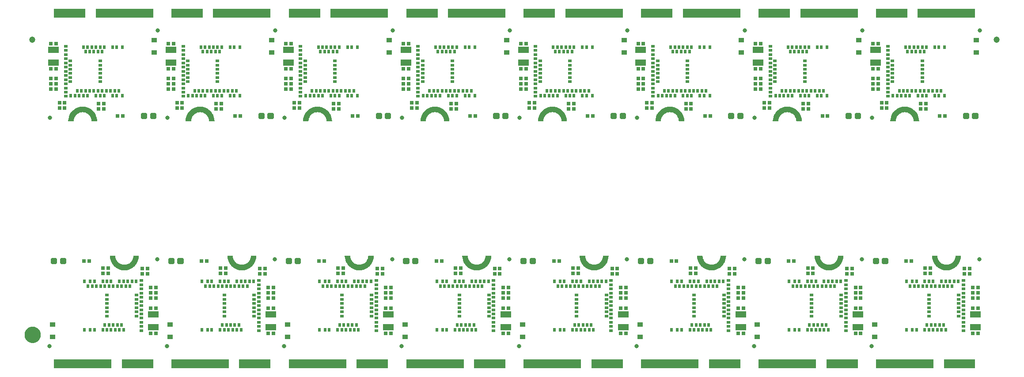
<source format=gts>
G04 EAGLE Gerber RS-274X export*
G75*
%MOMM*%
%FSLAX34Y34*%
%LPD*%
%INSoldermask Top*%
%IPPOS*%
%AMOC8*
5,1,8,0,0,1.08239X$1,22.5*%
G01*
%ADD10C,0.505344*%
%ADD11R,0.803200X0.803200*%
%ADD12C,0.838200*%
%ADD13R,0.603200X0.803200*%
%ADD14R,0.803200X0.603200*%
%ADD15R,2.003200X1.203200*%
%ADD16R,0.553200X1.653200*%
%ADD17C,0.555600*%
%ADD18R,1.033200X0.833200*%
%ADD19C,1.203200*%
%ADD20C,1.270000*%
%ADD21C,1.703200*%

G36*
X52496Y478253D02*
X52496Y478253D01*
X52503Y478251D01*
X52563Y478272D01*
X52624Y478290D01*
X52628Y478295D01*
X52635Y478298D01*
X52674Y478348D01*
X52716Y478395D01*
X52717Y478402D01*
X52721Y478408D01*
X52738Y478480D01*
X52952Y481198D01*
X53584Y483831D01*
X54620Y486331D01*
X56034Y488639D01*
X57792Y490698D01*
X59850Y492456D01*
X62158Y493870D01*
X64659Y494906D01*
X67291Y495538D01*
X69989Y495750D01*
X72688Y495538D01*
X75320Y494906D01*
X77821Y493870D01*
X80129Y492456D01*
X82187Y490698D01*
X83945Y488639D01*
X85359Y486331D01*
X86395Y483831D01*
X87027Y481198D01*
X87241Y478480D01*
X87244Y478474D01*
X87242Y478467D01*
X87268Y478409D01*
X87291Y478350D01*
X87296Y478345D01*
X87299Y478339D01*
X87352Y478304D01*
X87403Y478266D01*
X87410Y478266D01*
X87416Y478262D01*
X87489Y478251D01*
X97489Y478251D01*
X97514Y478258D01*
X97540Y478256D01*
X97580Y478277D01*
X97624Y478290D01*
X97641Y478310D01*
X97664Y478322D01*
X97686Y478361D01*
X97716Y478395D01*
X97719Y478421D01*
X97732Y478444D01*
X97738Y478518D01*
X97458Y482431D01*
X97455Y482441D01*
X97453Y482467D01*
X96619Y486301D01*
X96614Y486309D01*
X96609Y486335D01*
X95238Y490011D01*
X95232Y490019D01*
X95223Y490043D01*
X93343Y493487D01*
X93336Y493494D01*
X93323Y493517D01*
X90972Y496658D01*
X90964Y496664D01*
X90949Y496685D01*
X88174Y499459D01*
X88166Y499464D01*
X88147Y499483D01*
X85006Y501834D01*
X84997Y501837D01*
X84976Y501853D01*
X81533Y503734D01*
X81523Y503736D01*
X81500Y503748D01*
X77824Y505120D01*
X77815Y505120D01*
X77790Y505130D01*
X73956Y505964D01*
X73946Y505963D01*
X73921Y505969D01*
X70007Y506249D01*
X69998Y506247D01*
X69972Y506249D01*
X66058Y505969D01*
X66049Y505965D01*
X66023Y505964D01*
X62189Y505130D01*
X62180Y505125D01*
X62155Y505120D01*
X58478Y503748D01*
X58471Y503743D01*
X58446Y503734D01*
X55002Y501853D01*
X54996Y501846D01*
X54972Y501834D01*
X51831Y499483D01*
X51826Y499475D01*
X51805Y499459D01*
X49030Y496685D01*
X49025Y496676D01*
X49007Y496658D01*
X46655Y493517D01*
X46652Y493508D01*
X46636Y493487D01*
X44756Y490043D01*
X44754Y490034D01*
X44741Y490011D01*
X43370Y486335D01*
X43369Y486325D01*
X43360Y486301D01*
X42526Y482467D01*
X42526Y482457D01*
X42521Y482431D01*
X42241Y478518D01*
X42246Y478492D01*
X42242Y478467D01*
X42261Y478425D01*
X42270Y478381D01*
X42289Y478363D01*
X42299Y478339D01*
X42337Y478314D01*
X42369Y478282D01*
X42394Y478276D01*
X42416Y478262D01*
X42489Y478251D01*
X52489Y478251D01*
X52496Y478253D01*
G37*
G36*
X952825Y478253D02*
X952825Y478253D01*
X952832Y478251D01*
X952891Y478272D01*
X952952Y478290D01*
X952957Y478295D01*
X952964Y478298D01*
X953002Y478348D01*
X953044Y478395D01*
X953045Y478402D01*
X953049Y478408D01*
X953066Y478480D01*
X953280Y481198D01*
X953912Y483831D01*
X954948Y486331D01*
X956362Y488639D01*
X958120Y490698D01*
X960179Y492456D01*
X962486Y493870D01*
X964987Y494906D01*
X967619Y495538D01*
X970318Y495750D01*
X973016Y495538D01*
X975648Y494906D01*
X978149Y493870D01*
X980457Y492456D01*
X982515Y490698D01*
X984273Y488639D01*
X985688Y486331D01*
X986724Y483831D01*
X987355Y481198D01*
X987569Y478480D01*
X987572Y478474D01*
X987571Y478467D01*
X987597Y478409D01*
X987619Y478350D01*
X987625Y478345D01*
X987628Y478339D01*
X987680Y478304D01*
X987731Y478266D01*
X987738Y478266D01*
X987744Y478262D01*
X987818Y478251D01*
X997818Y478251D01*
X997843Y478258D01*
X997869Y478256D01*
X997909Y478277D01*
X997952Y478290D01*
X997969Y478310D01*
X997992Y478322D01*
X998014Y478361D01*
X998044Y478395D01*
X998048Y478421D01*
X998061Y478444D01*
X998066Y478518D01*
X997787Y482431D01*
X997783Y482441D01*
X997781Y482467D01*
X996947Y486301D01*
X996943Y486309D01*
X996937Y486335D01*
X995566Y490011D01*
X995560Y490019D01*
X995551Y490043D01*
X993671Y493487D01*
X993664Y493494D01*
X993652Y493517D01*
X991300Y496658D01*
X991293Y496664D01*
X991277Y496685D01*
X988503Y499459D01*
X988494Y499464D01*
X988476Y499483D01*
X985335Y501834D01*
X985326Y501837D01*
X985305Y501853D01*
X981861Y503734D01*
X981852Y503736D01*
X981829Y503748D01*
X978153Y505120D01*
X978143Y505120D01*
X978118Y505130D01*
X974284Y505964D01*
X974275Y505963D01*
X974249Y505969D01*
X970336Y506249D01*
X970326Y506247D01*
X970300Y506249D01*
X966386Y505969D01*
X966377Y505965D01*
X966351Y505964D01*
X962517Y505130D01*
X962509Y505125D01*
X962483Y505120D01*
X958807Y503748D01*
X958799Y503743D01*
X958774Y503734D01*
X955331Y501853D01*
X955324Y501846D01*
X955301Y501834D01*
X952160Y499483D01*
X952154Y499475D01*
X952133Y499459D01*
X949358Y496685D01*
X949354Y496676D01*
X949335Y496658D01*
X946984Y493517D01*
X946980Y493508D01*
X946965Y493487D01*
X945084Y490043D01*
X945082Y490034D01*
X945069Y490011D01*
X943698Y486335D01*
X943698Y486325D01*
X943688Y486301D01*
X942854Y482467D01*
X942855Y482457D01*
X942849Y482431D01*
X942569Y478518D01*
X942575Y478492D01*
X942571Y478467D01*
X942589Y478425D01*
X942599Y478381D01*
X942617Y478363D01*
X942628Y478339D01*
X942665Y478314D01*
X942697Y478282D01*
X942723Y478276D01*
X942744Y478262D01*
X942818Y478251D01*
X952818Y478251D01*
X952825Y478253D01*
G37*
G36*
X1402989Y478253D02*
X1402989Y478253D01*
X1402996Y478251D01*
X1403055Y478272D01*
X1403116Y478290D01*
X1403121Y478295D01*
X1403128Y478298D01*
X1403167Y478348D01*
X1403208Y478395D01*
X1403209Y478402D01*
X1403214Y478408D01*
X1403230Y478480D01*
X1403444Y481198D01*
X1404076Y483831D01*
X1405112Y486331D01*
X1406526Y488639D01*
X1408284Y490698D01*
X1410343Y492456D01*
X1412651Y493870D01*
X1415151Y494906D01*
X1417784Y495538D01*
X1420482Y495750D01*
X1423180Y495538D01*
X1425813Y494906D01*
X1428313Y493870D01*
X1430621Y492456D01*
X1432680Y490698D01*
X1434438Y488639D01*
X1435852Y486331D01*
X1436888Y483831D01*
X1437520Y481198D01*
X1437734Y478480D01*
X1437736Y478474D01*
X1437735Y478467D01*
X1437761Y478409D01*
X1437783Y478350D01*
X1437789Y478345D01*
X1437792Y478339D01*
X1437845Y478304D01*
X1437895Y478266D01*
X1437903Y478266D01*
X1437909Y478262D01*
X1437982Y478251D01*
X1447982Y478251D01*
X1448007Y478258D01*
X1448033Y478256D01*
X1448073Y478277D01*
X1448116Y478290D01*
X1448133Y478310D01*
X1448156Y478322D01*
X1448178Y478361D01*
X1448208Y478395D01*
X1448212Y478421D01*
X1448225Y478444D01*
X1448231Y478518D01*
X1447951Y482431D01*
X1447947Y482441D01*
X1447946Y482467D01*
X1447112Y486301D01*
X1447107Y486309D01*
X1447102Y486335D01*
X1445730Y490011D01*
X1445725Y490019D01*
X1445716Y490043D01*
X1443835Y493487D01*
X1443828Y493494D01*
X1443816Y493517D01*
X1441465Y496658D01*
X1441457Y496664D01*
X1441441Y496685D01*
X1438667Y499459D01*
X1438658Y499464D01*
X1438640Y499483D01*
X1435499Y501834D01*
X1435490Y501837D01*
X1435469Y501853D01*
X1432025Y503734D01*
X1432016Y503736D01*
X1431993Y503748D01*
X1428317Y505120D01*
X1428307Y505120D01*
X1428283Y505130D01*
X1424449Y505964D01*
X1424439Y505963D01*
X1424413Y505969D01*
X1420500Y506249D01*
X1420490Y506247D01*
X1420464Y506249D01*
X1416551Y505969D01*
X1416541Y505965D01*
X1416515Y505964D01*
X1412681Y505130D01*
X1412673Y505125D01*
X1412647Y505120D01*
X1408971Y503748D01*
X1408963Y503743D01*
X1408939Y503734D01*
X1405495Y501853D01*
X1405488Y501846D01*
X1405465Y501834D01*
X1402324Y499483D01*
X1402318Y499475D01*
X1402297Y499459D01*
X1399523Y496685D01*
X1399518Y496676D01*
X1399499Y496658D01*
X1397148Y493517D01*
X1397145Y493508D01*
X1397129Y493487D01*
X1395248Y490043D01*
X1395246Y490034D01*
X1395234Y490011D01*
X1393862Y486335D01*
X1393862Y486325D01*
X1393852Y486301D01*
X1393018Y482467D01*
X1393019Y482457D01*
X1393013Y482431D01*
X1392733Y478518D01*
X1392739Y478492D01*
X1392735Y478467D01*
X1392753Y478425D01*
X1392763Y478381D01*
X1392781Y478363D01*
X1392792Y478339D01*
X1392830Y478314D01*
X1392861Y478282D01*
X1392887Y478276D01*
X1392909Y478262D01*
X1392982Y478251D01*
X1402982Y478251D01*
X1402989Y478253D01*
G37*
G36*
X502661Y478253D02*
X502661Y478253D01*
X502668Y478251D01*
X502727Y478272D01*
X502788Y478290D01*
X502793Y478295D01*
X502799Y478298D01*
X502838Y478348D01*
X502880Y478395D01*
X502881Y478402D01*
X502885Y478408D01*
X502902Y478480D01*
X503116Y481198D01*
X503748Y483831D01*
X504784Y486331D01*
X506198Y488639D01*
X507956Y490698D01*
X510014Y492456D01*
X512322Y493870D01*
X514823Y494906D01*
X517455Y495538D01*
X520154Y495750D01*
X522852Y495538D01*
X525484Y494906D01*
X527985Y493870D01*
X530293Y492456D01*
X532351Y490698D01*
X534109Y488639D01*
X535523Y486331D01*
X536559Y483831D01*
X537191Y481198D01*
X537405Y478480D01*
X537408Y478474D01*
X537407Y478467D01*
X537432Y478409D01*
X537455Y478350D01*
X537461Y478345D01*
X537463Y478339D01*
X537516Y478304D01*
X537567Y478266D01*
X537574Y478266D01*
X537580Y478262D01*
X537654Y478251D01*
X547654Y478251D01*
X547679Y478258D01*
X547705Y478256D01*
X547744Y478277D01*
X547788Y478290D01*
X547805Y478310D01*
X547828Y478322D01*
X547850Y478361D01*
X547880Y478395D01*
X547884Y478421D01*
X547896Y478444D01*
X547902Y478518D01*
X547622Y482431D01*
X547619Y482441D01*
X547617Y482467D01*
X546783Y486301D01*
X546779Y486309D01*
X546773Y486335D01*
X545402Y490011D01*
X545396Y490019D01*
X545387Y490043D01*
X543507Y493487D01*
X543500Y493494D01*
X543488Y493517D01*
X541136Y496658D01*
X541129Y496664D01*
X541113Y496685D01*
X538339Y499459D01*
X538330Y499464D01*
X538312Y499483D01*
X535171Y501834D01*
X535162Y501837D01*
X535141Y501853D01*
X531697Y503734D01*
X531688Y503736D01*
X531665Y503748D01*
X527988Y505120D01*
X527979Y505120D01*
X527954Y505130D01*
X524120Y505964D01*
X524111Y505963D01*
X524085Y505969D01*
X520171Y506249D01*
X520162Y506247D01*
X520136Y506249D01*
X516222Y505969D01*
X516213Y505965D01*
X516187Y505964D01*
X512353Y505130D01*
X512344Y505125D01*
X512319Y505120D01*
X508643Y503748D01*
X508635Y503743D01*
X508610Y503734D01*
X505167Y501853D01*
X505160Y501846D01*
X505137Y501834D01*
X501996Y499483D01*
X501990Y499475D01*
X501969Y499459D01*
X499194Y496685D01*
X499190Y496676D01*
X499171Y496658D01*
X496820Y493517D01*
X496816Y493508D01*
X496800Y493487D01*
X494920Y490043D01*
X494918Y490034D01*
X494905Y490011D01*
X493534Y486335D01*
X493533Y486325D01*
X493524Y486301D01*
X492690Y482467D01*
X492691Y482457D01*
X492685Y482431D01*
X492405Y478518D01*
X492410Y478492D01*
X492407Y478467D01*
X492425Y478425D01*
X492435Y478381D01*
X492453Y478363D01*
X492463Y478339D01*
X492501Y478314D01*
X492533Y478282D01*
X492558Y478276D01*
X492580Y478262D01*
X492654Y478251D01*
X502654Y478251D01*
X502661Y478253D01*
G37*
G36*
X277591Y478253D02*
X277591Y478253D01*
X277598Y478251D01*
X277657Y478272D01*
X277718Y478290D01*
X277723Y478295D01*
X277730Y478298D01*
X277769Y478348D01*
X277810Y478395D01*
X277811Y478402D01*
X277816Y478408D01*
X277833Y478480D01*
X278047Y481198D01*
X278679Y483831D01*
X279714Y486331D01*
X281129Y488639D01*
X282887Y490698D01*
X284945Y492456D01*
X287253Y493870D01*
X289754Y494906D01*
X292386Y495538D01*
X295084Y495750D01*
X297783Y495538D01*
X300415Y494906D01*
X302916Y493870D01*
X305224Y492456D01*
X307282Y490698D01*
X309040Y488639D01*
X310454Y486331D01*
X311490Y483831D01*
X312122Y481198D01*
X312336Y478480D01*
X312338Y478474D01*
X312337Y478467D01*
X312363Y478409D01*
X312385Y478350D01*
X312391Y478345D01*
X312394Y478339D01*
X312447Y478304D01*
X312497Y478266D01*
X312505Y478266D01*
X312511Y478262D01*
X312584Y478251D01*
X322584Y478251D01*
X322609Y478258D01*
X322635Y478256D01*
X322675Y478277D01*
X322718Y478290D01*
X322736Y478310D01*
X322758Y478322D01*
X322781Y478361D01*
X322810Y478395D01*
X322814Y478421D01*
X322827Y478444D01*
X322833Y478518D01*
X322553Y482431D01*
X322550Y482441D01*
X322548Y482467D01*
X321714Y486301D01*
X321709Y486309D01*
X321704Y486335D01*
X320333Y490011D01*
X320327Y490019D01*
X320318Y490043D01*
X318437Y493487D01*
X318431Y493494D01*
X318418Y493517D01*
X316067Y496658D01*
X316059Y496664D01*
X316044Y496685D01*
X313269Y499459D01*
X313261Y499464D01*
X313242Y499483D01*
X310101Y501834D01*
X310092Y501837D01*
X310071Y501853D01*
X306628Y503734D01*
X306618Y503736D01*
X306595Y503748D01*
X302919Y505120D01*
X302909Y505120D01*
X302885Y505130D01*
X299051Y505964D01*
X299041Y505963D01*
X299016Y505969D01*
X295102Y506249D01*
X295093Y506247D01*
X295066Y506249D01*
X291153Y505969D01*
X291144Y505965D01*
X291118Y505964D01*
X287284Y505130D01*
X287275Y505125D01*
X287249Y505120D01*
X283573Y503748D01*
X283565Y503743D01*
X283541Y503734D01*
X280097Y501853D01*
X280090Y501846D01*
X280067Y501834D01*
X276926Y499483D01*
X276920Y499475D01*
X276899Y499459D01*
X274125Y496685D01*
X274120Y496676D01*
X274102Y496658D01*
X271750Y493517D01*
X271747Y493508D01*
X271731Y493487D01*
X269851Y490043D01*
X269849Y490034D01*
X269836Y490011D01*
X268465Y486335D01*
X268464Y486325D01*
X268455Y486301D01*
X267621Y482467D01*
X267621Y482457D01*
X267615Y482431D01*
X267336Y478518D01*
X267341Y478492D01*
X267337Y478467D01*
X267356Y478425D01*
X267365Y478381D01*
X267383Y478363D01*
X267394Y478339D01*
X267432Y478314D01*
X267464Y478282D01*
X267489Y478276D01*
X267511Y478262D01*
X267584Y478251D01*
X277584Y478251D01*
X277591Y478253D01*
G37*
G36*
X1177920Y478253D02*
X1177920Y478253D01*
X1177927Y478251D01*
X1177986Y478272D01*
X1178047Y478290D01*
X1178052Y478295D01*
X1178058Y478298D01*
X1178097Y478348D01*
X1178139Y478395D01*
X1178140Y478402D01*
X1178144Y478408D01*
X1178161Y478480D01*
X1178375Y481198D01*
X1179007Y483831D01*
X1180043Y486331D01*
X1181457Y488639D01*
X1183215Y490698D01*
X1185273Y492456D01*
X1187581Y493870D01*
X1190082Y494906D01*
X1192714Y495538D01*
X1195413Y495750D01*
X1198111Y495538D01*
X1200743Y494906D01*
X1203244Y493870D01*
X1205552Y492456D01*
X1207610Y490698D01*
X1209368Y488639D01*
X1210782Y486331D01*
X1211818Y483831D01*
X1212450Y481198D01*
X1212664Y478480D01*
X1212667Y478474D01*
X1212666Y478467D01*
X1212691Y478409D01*
X1212714Y478350D01*
X1212720Y478345D01*
X1212722Y478339D01*
X1212775Y478304D01*
X1212826Y478266D01*
X1212833Y478266D01*
X1212839Y478262D01*
X1212913Y478251D01*
X1222913Y478251D01*
X1222938Y478258D01*
X1222964Y478256D01*
X1223003Y478277D01*
X1223047Y478290D01*
X1223064Y478310D01*
X1223087Y478322D01*
X1223109Y478361D01*
X1223139Y478395D01*
X1223143Y478421D01*
X1223155Y478444D01*
X1223161Y478518D01*
X1222881Y482431D01*
X1222878Y482441D01*
X1222876Y482467D01*
X1222042Y486301D01*
X1222038Y486309D01*
X1222032Y486335D01*
X1220661Y490011D01*
X1220655Y490019D01*
X1220646Y490043D01*
X1218766Y493487D01*
X1218759Y493494D01*
X1218747Y493517D01*
X1216395Y496658D01*
X1216388Y496664D01*
X1216372Y496685D01*
X1213598Y499459D01*
X1213589Y499464D01*
X1213571Y499483D01*
X1210430Y501834D01*
X1210421Y501837D01*
X1210400Y501853D01*
X1206956Y503734D01*
X1206947Y503736D01*
X1206924Y503748D01*
X1203247Y505120D01*
X1203238Y505120D01*
X1203213Y505130D01*
X1199379Y505964D01*
X1199370Y505963D01*
X1199344Y505969D01*
X1195430Y506249D01*
X1195421Y506247D01*
X1195395Y506249D01*
X1191481Y505969D01*
X1191472Y505965D01*
X1191446Y505964D01*
X1187612Y505130D01*
X1187603Y505125D01*
X1187578Y505120D01*
X1183902Y503748D01*
X1183894Y503743D01*
X1183869Y503734D01*
X1180426Y501853D01*
X1180419Y501846D01*
X1180396Y501834D01*
X1177255Y499483D01*
X1177249Y499475D01*
X1177228Y499459D01*
X1174453Y496685D01*
X1174449Y496676D01*
X1174430Y496658D01*
X1172079Y493517D01*
X1172075Y493508D01*
X1172059Y493487D01*
X1170179Y490043D01*
X1170177Y490034D01*
X1170164Y490011D01*
X1168793Y486335D01*
X1168792Y486325D01*
X1168783Y486301D01*
X1167949Y482467D01*
X1167950Y482457D01*
X1167944Y482431D01*
X1167664Y478518D01*
X1167669Y478492D01*
X1167666Y478467D01*
X1167684Y478425D01*
X1167694Y478381D01*
X1167712Y478363D01*
X1167722Y478339D01*
X1167760Y478314D01*
X1167792Y478282D01*
X1167817Y478276D01*
X1167839Y478262D01*
X1167913Y478251D01*
X1177913Y478251D01*
X1177920Y478253D01*
G37*
G36*
X727755Y478253D02*
X727755Y478253D01*
X727762Y478251D01*
X727822Y478272D01*
X727883Y478290D01*
X727887Y478295D01*
X727894Y478298D01*
X727933Y478348D01*
X727975Y478395D01*
X727976Y478402D01*
X727980Y478408D01*
X727997Y478480D01*
X728211Y481198D01*
X728843Y483831D01*
X729879Y486331D01*
X731293Y488639D01*
X733051Y490698D01*
X735109Y492456D01*
X737417Y493870D01*
X739918Y494906D01*
X742550Y495538D01*
X745248Y495750D01*
X747947Y495538D01*
X750579Y494906D01*
X753080Y493870D01*
X755388Y492456D01*
X757446Y490698D01*
X759204Y488639D01*
X760618Y486331D01*
X761654Y483831D01*
X762286Y481198D01*
X762500Y478480D01*
X762503Y478474D01*
X762501Y478467D01*
X762527Y478409D01*
X762550Y478350D01*
X762555Y478345D01*
X762558Y478339D01*
X762611Y478304D01*
X762662Y478266D01*
X762669Y478266D01*
X762675Y478262D01*
X762748Y478251D01*
X772748Y478251D01*
X772773Y478258D01*
X772799Y478256D01*
X772839Y478277D01*
X772883Y478290D01*
X772900Y478310D01*
X772923Y478322D01*
X772945Y478361D01*
X772975Y478395D01*
X772978Y478421D01*
X772991Y478444D01*
X772997Y478518D01*
X772717Y482431D01*
X772714Y482441D01*
X772712Y482467D01*
X771878Y486301D01*
X771873Y486309D01*
X771868Y486335D01*
X770497Y490011D01*
X770491Y490019D01*
X770482Y490043D01*
X768602Y493487D01*
X768595Y493494D01*
X768582Y493517D01*
X766231Y496658D01*
X766223Y496664D01*
X766208Y496685D01*
X763433Y499459D01*
X763425Y499464D01*
X763406Y499483D01*
X760265Y501834D01*
X760256Y501837D01*
X760235Y501853D01*
X756792Y503734D01*
X756782Y503736D01*
X756759Y503748D01*
X753083Y505120D01*
X753074Y505120D01*
X753049Y505130D01*
X749215Y505964D01*
X749205Y505963D01*
X749180Y505969D01*
X745266Y506249D01*
X745257Y506247D01*
X745231Y506249D01*
X741317Y505969D01*
X741308Y505965D01*
X741282Y505964D01*
X737448Y505130D01*
X737439Y505125D01*
X737414Y505120D01*
X733737Y503748D01*
X733730Y503743D01*
X733705Y503734D01*
X730261Y501853D01*
X730255Y501846D01*
X730231Y501834D01*
X727090Y499483D01*
X727085Y499475D01*
X727064Y499459D01*
X724289Y496685D01*
X724284Y496676D01*
X724266Y496658D01*
X721914Y493517D01*
X721911Y493508D01*
X721895Y493487D01*
X720015Y490043D01*
X720013Y490034D01*
X720000Y490011D01*
X718629Y486335D01*
X718628Y486325D01*
X718619Y486301D01*
X717785Y482467D01*
X717785Y482457D01*
X717780Y482431D01*
X717500Y478518D01*
X717505Y478492D01*
X717501Y478467D01*
X717520Y478425D01*
X717529Y478381D01*
X717548Y478363D01*
X717558Y478339D01*
X717596Y478314D01*
X717628Y478282D01*
X717653Y478276D01*
X717675Y478262D01*
X717748Y478251D01*
X727748Y478251D01*
X727755Y478253D01*
G37*
G36*
X1628058Y478253D02*
X1628058Y478253D01*
X1628065Y478251D01*
X1628125Y478272D01*
X1628186Y478290D01*
X1628190Y478295D01*
X1628197Y478298D01*
X1628236Y478348D01*
X1628278Y478395D01*
X1628279Y478402D01*
X1628283Y478408D01*
X1628300Y478480D01*
X1628514Y481198D01*
X1629146Y483831D01*
X1630182Y486331D01*
X1631596Y488639D01*
X1633354Y490698D01*
X1635412Y492456D01*
X1637720Y493870D01*
X1640221Y494906D01*
X1642853Y495538D01*
X1645551Y495750D01*
X1648250Y495538D01*
X1650882Y494906D01*
X1653383Y493870D01*
X1655691Y492456D01*
X1657749Y490698D01*
X1659507Y488639D01*
X1660921Y486331D01*
X1661957Y483831D01*
X1662589Y481198D01*
X1662803Y478480D01*
X1662806Y478474D01*
X1662804Y478467D01*
X1662830Y478409D01*
X1662853Y478350D01*
X1662858Y478345D01*
X1662861Y478339D01*
X1662914Y478304D01*
X1662965Y478266D01*
X1662972Y478266D01*
X1662978Y478262D01*
X1663051Y478251D01*
X1673051Y478251D01*
X1673076Y478258D01*
X1673102Y478256D01*
X1673142Y478277D01*
X1673186Y478290D01*
X1673203Y478310D01*
X1673226Y478322D01*
X1673248Y478361D01*
X1673278Y478395D01*
X1673281Y478421D01*
X1673294Y478444D01*
X1673300Y478518D01*
X1673020Y482431D01*
X1673017Y482441D01*
X1673015Y482467D01*
X1672181Y486301D01*
X1672176Y486309D01*
X1672171Y486335D01*
X1670800Y490011D01*
X1670794Y490019D01*
X1670785Y490043D01*
X1668905Y493487D01*
X1668898Y493494D01*
X1668885Y493517D01*
X1666534Y496658D01*
X1666526Y496664D01*
X1666511Y496685D01*
X1663736Y499459D01*
X1663728Y499464D01*
X1663709Y499483D01*
X1660568Y501834D01*
X1660559Y501837D01*
X1660538Y501853D01*
X1657095Y503734D01*
X1657085Y503736D01*
X1657062Y503748D01*
X1653386Y505120D01*
X1653377Y505120D01*
X1653352Y505130D01*
X1649518Y505964D01*
X1649508Y505963D01*
X1649483Y505969D01*
X1645569Y506249D01*
X1645560Y506247D01*
X1645534Y506249D01*
X1641620Y505969D01*
X1641611Y505965D01*
X1641585Y505964D01*
X1637751Y505130D01*
X1637742Y505125D01*
X1637717Y505120D01*
X1634040Y503748D01*
X1634033Y503743D01*
X1634008Y503734D01*
X1630564Y501853D01*
X1630558Y501846D01*
X1630534Y501834D01*
X1627393Y499483D01*
X1627388Y499475D01*
X1627367Y499459D01*
X1624592Y496685D01*
X1624587Y496676D01*
X1624569Y496658D01*
X1622217Y493517D01*
X1622214Y493508D01*
X1622198Y493487D01*
X1620318Y490043D01*
X1620316Y490034D01*
X1620303Y490011D01*
X1618932Y486335D01*
X1618931Y486325D01*
X1618922Y486301D01*
X1618088Y482467D01*
X1618088Y482457D01*
X1618083Y482431D01*
X1617803Y478518D01*
X1617808Y478492D01*
X1617804Y478467D01*
X1617823Y478425D01*
X1617832Y478381D01*
X1617851Y478363D01*
X1617861Y478339D01*
X1617899Y478314D01*
X1617931Y478282D01*
X1617956Y478276D01*
X1617978Y478262D01*
X1618051Y478251D01*
X1628051Y478251D01*
X1628058Y478253D01*
G37*
G36*
X1729493Y192531D02*
X1729493Y192531D01*
X1729503Y192535D01*
X1729529Y192536D01*
X1733363Y193370D01*
X1733371Y193375D01*
X1733397Y193380D01*
X1737073Y194752D01*
X1737081Y194757D01*
X1737105Y194766D01*
X1740549Y196647D01*
X1740556Y196654D01*
X1740579Y196666D01*
X1743720Y199017D01*
X1743726Y199025D01*
X1743747Y199041D01*
X1746521Y201815D01*
X1746526Y201824D01*
X1746545Y201842D01*
X1748896Y204983D01*
X1748899Y204992D01*
X1748915Y205013D01*
X1750796Y208457D01*
X1750798Y208466D01*
X1750810Y208489D01*
X1752182Y212165D01*
X1752182Y212175D01*
X1752192Y212199D01*
X1753026Y216033D01*
X1753025Y216043D01*
X1753031Y216069D01*
X1753311Y219982D01*
X1753305Y220008D01*
X1753309Y220033D01*
X1753291Y220075D01*
X1753281Y220119D01*
X1753263Y220137D01*
X1753252Y220161D01*
X1753214Y220186D01*
X1753183Y220218D01*
X1753157Y220224D01*
X1753136Y220238D01*
X1753062Y220249D01*
X1743062Y220249D01*
X1743055Y220247D01*
X1743048Y220249D01*
X1742989Y220228D01*
X1742928Y220210D01*
X1742923Y220205D01*
X1742916Y220202D01*
X1742878Y220152D01*
X1742836Y220105D01*
X1742835Y220098D01*
X1742830Y220092D01*
X1742814Y220020D01*
X1742600Y217302D01*
X1741968Y214669D01*
X1740932Y212169D01*
X1739518Y209861D01*
X1737760Y207802D01*
X1735701Y206044D01*
X1733393Y204630D01*
X1730893Y203594D01*
X1728260Y202962D01*
X1725562Y202750D01*
X1722864Y202962D01*
X1720231Y203594D01*
X1717731Y204630D01*
X1715423Y206044D01*
X1713364Y207802D01*
X1711606Y209861D01*
X1710192Y212169D01*
X1709156Y214669D01*
X1708524Y217302D01*
X1708310Y220020D01*
X1708308Y220026D01*
X1708309Y220033D01*
X1708283Y220091D01*
X1708261Y220150D01*
X1708255Y220155D01*
X1708252Y220161D01*
X1708199Y220196D01*
X1708149Y220234D01*
X1708142Y220234D01*
X1708136Y220238D01*
X1708062Y220249D01*
X1698062Y220249D01*
X1698037Y220242D01*
X1698011Y220244D01*
X1697971Y220223D01*
X1697928Y220210D01*
X1697911Y220190D01*
X1697888Y220178D01*
X1697866Y220139D01*
X1697836Y220105D01*
X1697832Y220079D01*
X1697819Y220056D01*
X1697813Y219982D01*
X1698093Y216069D01*
X1698097Y216059D01*
X1698098Y216033D01*
X1698932Y212199D01*
X1698937Y212191D01*
X1698942Y212165D01*
X1700314Y208489D01*
X1700319Y208481D01*
X1700328Y208457D01*
X1702209Y205013D01*
X1702216Y205006D01*
X1702228Y204983D01*
X1704579Y201842D01*
X1704587Y201836D01*
X1704603Y201815D01*
X1707377Y199041D01*
X1707386Y199036D01*
X1707404Y199017D01*
X1710545Y196666D01*
X1710554Y196663D01*
X1710575Y196647D01*
X1714019Y194766D01*
X1714028Y194764D01*
X1714051Y194752D01*
X1717727Y193380D01*
X1717737Y193380D01*
X1717761Y193370D01*
X1721595Y192536D01*
X1721605Y192537D01*
X1721631Y192531D01*
X1725544Y192251D01*
X1725554Y192253D01*
X1725580Y192251D01*
X1729493Y192531D01*
G37*
G36*
X1054260Y192531D02*
X1054260Y192531D01*
X1054269Y192535D01*
X1054295Y192536D01*
X1058129Y193370D01*
X1058138Y193375D01*
X1058163Y193380D01*
X1061839Y194752D01*
X1061847Y194757D01*
X1061872Y194766D01*
X1065315Y196647D01*
X1065322Y196654D01*
X1065345Y196666D01*
X1068486Y199017D01*
X1068492Y199025D01*
X1068513Y199041D01*
X1071288Y201815D01*
X1071292Y201824D01*
X1071311Y201842D01*
X1073662Y204983D01*
X1073666Y204992D01*
X1073682Y205013D01*
X1075562Y208457D01*
X1075564Y208466D01*
X1075577Y208489D01*
X1076948Y212165D01*
X1076949Y212175D01*
X1076958Y212199D01*
X1077792Y216033D01*
X1077791Y216043D01*
X1077797Y216069D01*
X1078077Y219982D01*
X1078072Y220008D01*
X1078075Y220033D01*
X1078057Y220075D01*
X1078048Y220119D01*
X1078029Y220137D01*
X1078019Y220161D01*
X1077981Y220186D01*
X1077949Y220218D01*
X1077924Y220224D01*
X1077902Y220238D01*
X1077828Y220249D01*
X1067828Y220249D01*
X1067821Y220247D01*
X1067814Y220249D01*
X1067755Y220228D01*
X1067694Y220210D01*
X1067689Y220205D01*
X1067683Y220202D01*
X1067644Y220152D01*
X1067602Y220105D01*
X1067601Y220098D01*
X1067597Y220092D01*
X1067580Y220020D01*
X1067366Y217302D01*
X1066734Y214669D01*
X1065698Y212169D01*
X1064284Y209861D01*
X1062526Y207802D01*
X1060468Y206044D01*
X1058160Y204630D01*
X1055659Y203594D01*
X1053027Y202962D01*
X1050328Y202750D01*
X1047630Y202962D01*
X1044998Y203594D01*
X1042497Y204630D01*
X1040189Y206044D01*
X1038131Y207802D01*
X1036373Y209861D01*
X1034959Y212169D01*
X1033923Y214669D01*
X1033291Y217302D01*
X1033077Y220020D01*
X1033074Y220026D01*
X1033075Y220033D01*
X1033050Y220091D01*
X1033027Y220150D01*
X1033022Y220155D01*
X1033019Y220161D01*
X1032966Y220196D01*
X1032915Y220234D01*
X1032908Y220234D01*
X1032902Y220238D01*
X1032828Y220249D01*
X1022828Y220249D01*
X1022803Y220242D01*
X1022777Y220244D01*
X1022738Y220223D01*
X1022694Y220210D01*
X1022677Y220190D01*
X1022654Y220178D01*
X1022632Y220139D01*
X1022602Y220105D01*
X1022598Y220079D01*
X1022586Y220056D01*
X1022580Y219982D01*
X1022860Y216069D01*
X1022863Y216059D01*
X1022865Y216033D01*
X1023699Y212199D01*
X1023703Y212191D01*
X1023709Y212165D01*
X1025080Y208489D01*
X1025086Y208481D01*
X1025095Y208457D01*
X1026975Y205013D01*
X1026982Y205006D01*
X1026994Y204983D01*
X1029346Y201842D01*
X1029354Y201836D01*
X1029369Y201815D01*
X1032144Y199041D01*
X1032152Y199036D01*
X1032170Y199017D01*
X1035311Y196666D01*
X1035321Y196663D01*
X1035341Y196647D01*
X1038785Y194766D01*
X1038794Y194764D01*
X1038817Y194752D01*
X1042494Y193380D01*
X1042503Y193380D01*
X1042528Y193370D01*
X1046362Y192536D01*
X1046371Y192537D01*
X1046397Y192531D01*
X1050311Y192251D01*
X1050320Y192253D01*
X1050346Y192251D01*
X1054260Y192531D01*
G37*
G36*
X829165Y192531D02*
X829165Y192531D01*
X829174Y192535D01*
X829200Y192536D01*
X833034Y193370D01*
X833043Y193375D01*
X833068Y193380D01*
X836745Y194752D01*
X836752Y194757D01*
X836777Y194766D01*
X840221Y196647D01*
X840227Y196654D01*
X840251Y196666D01*
X843392Y199017D01*
X843397Y199025D01*
X843419Y199041D01*
X846193Y201815D01*
X846198Y201824D01*
X846216Y201842D01*
X848568Y204983D01*
X848571Y204992D01*
X848587Y205013D01*
X850467Y208457D01*
X850469Y208466D01*
X850482Y208489D01*
X851853Y212165D01*
X851854Y212175D01*
X851863Y212199D01*
X852697Y216033D01*
X852697Y216043D01*
X852702Y216069D01*
X852982Y219982D01*
X852977Y220008D01*
X852981Y220033D01*
X852962Y220075D01*
X852953Y220119D01*
X852934Y220137D01*
X852924Y220161D01*
X852886Y220186D01*
X852854Y220218D01*
X852829Y220224D01*
X852807Y220238D01*
X852734Y220249D01*
X842734Y220249D01*
X842727Y220247D01*
X842720Y220249D01*
X842660Y220228D01*
X842599Y220210D01*
X842595Y220205D01*
X842588Y220202D01*
X842549Y220152D01*
X842507Y220105D01*
X842506Y220098D01*
X842502Y220092D01*
X842485Y220020D01*
X842271Y217302D01*
X841639Y214669D01*
X840603Y212169D01*
X839189Y209861D01*
X837431Y207802D01*
X835373Y206044D01*
X833065Y204630D01*
X830564Y203594D01*
X827932Y202962D01*
X825234Y202750D01*
X822535Y202962D01*
X819903Y203594D01*
X817402Y204630D01*
X815094Y206044D01*
X813036Y207802D01*
X811278Y209861D01*
X809864Y212169D01*
X808828Y214669D01*
X808196Y217302D01*
X807982Y220020D01*
X807980Y220026D01*
X807981Y220033D01*
X807955Y220091D01*
X807932Y220150D01*
X807927Y220155D01*
X807924Y220161D01*
X807871Y220196D01*
X807820Y220234D01*
X807813Y220234D01*
X807807Y220238D01*
X807734Y220249D01*
X797734Y220249D01*
X797709Y220242D01*
X797683Y220244D01*
X797643Y220223D01*
X797599Y220210D01*
X797582Y220190D01*
X797559Y220178D01*
X797537Y220139D01*
X797507Y220105D01*
X797504Y220079D01*
X797491Y220056D01*
X797485Y219982D01*
X797765Y216069D01*
X797768Y216059D01*
X797770Y216033D01*
X798604Y212199D01*
X798609Y212191D01*
X798614Y212165D01*
X799985Y208489D01*
X799991Y208481D01*
X800000Y208457D01*
X801880Y205013D01*
X801887Y205006D01*
X801900Y204983D01*
X804251Y201842D01*
X804259Y201836D01*
X804274Y201815D01*
X807049Y199041D01*
X807057Y199036D01*
X807076Y199017D01*
X810217Y196666D01*
X810226Y196663D01*
X810247Y196647D01*
X813690Y194766D01*
X813700Y194764D01*
X813723Y194752D01*
X817399Y193380D01*
X817409Y193380D01*
X817433Y193370D01*
X821267Y192536D01*
X821277Y192537D01*
X821302Y192531D01*
X825216Y192251D01*
X825225Y192253D01*
X825251Y192251D01*
X829165Y192531D01*
G37*
G36*
X1279329Y192531D02*
X1279329Y192531D01*
X1279338Y192535D01*
X1279364Y192536D01*
X1283198Y193370D01*
X1283207Y193375D01*
X1283233Y193380D01*
X1286909Y194752D01*
X1286917Y194757D01*
X1286941Y194766D01*
X1290385Y196647D01*
X1290392Y196654D01*
X1290415Y196666D01*
X1293556Y199017D01*
X1293562Y199025D01*
X1293583Y199041D01*
X1296357Y201815D01*
X1296362Y201824D01*
X1296380Y201842D01*
X1298732Y204983D01*
X1298735Y204992D01*
X1298751Y205013D01*
X1300631Y208457D01*
X1300634Y208466D01*
X1300646Y208489D01*
X1302017Y212165D01*
X1302018Y212175D01*
X1302027Y212199D01*
X1302861Y216033D01*
X1302861Y216043D01*
X1302867Y216069D01*
X1303146Y219982D01*
X1303141Y220008D01*
X1303145Y220033D01*
X1303126Y220075D01*
X1303117Y220119D01*
X1303099Y220137D01*
X1303088Y220161D01*
X1303050Y220186D01*
X1303018Y220218D01*
X1302993Y220224D01*
X1302971Y220238D01*
X1302898Y220249D01*
X1292898Y220249D01*
X1292891Y220247D01*
X1292884Y220249D01*
X1292825Y220228D01*
X1292764Y220210D01*
X1292759Y220205D01*
X1292752Y220202D01*
X1292713Y220152D01*
X1292672Y220105D01*
X1292671Y220098D01*
X1292666Y220092D01*
X1292649Y220020D01*
X1292435Y217302D01*
X1291804Y214669D01*
X1290768Y212169D01*
X1289353Y209861D01*
X1287595Y207802D01*
X1285537Y206044D01*
X1283229Y204630D01*
X1280728Y203594D01*
X1278096Y202962D01*
X1275398Y202750D01*
X1272699Y202962D01*
X1270067Y203594D01*
X1267566Y204630D01*
X1265259Y206044D01*
X1263200Y207802D01*
X1261442Y209861D01*
X1260028Y212169D01*
X1258992Y214669D01*
X1258360Y217302D01*
X1258146Y220020D01*
X1258144Y220026D01*
X1258145Y220033D01*
X1258119Y220091D01*
X1258097Y220150D01*
X1258091Y220155D01*
X1258088Y220161D01*
X1258035Y220196D01*
X1257985Y220234D01*
X1257977Y220234D01*
X1257971Y220238D01*
X1257898Y220249D01*
X1247898Y220249D01*
X1247873Y220242D01*
X1247847Y220244D01*
X1247807Y220223D01*
X1247764Y220210D01*
X1247746Y220190D01*
X1247724Y220178D01*
X1247701Y220139D01*
X1247672Y220105D01*
X1247668Y220079D01*
X1247655Y220056D01*
X1247649Y219982D01*
X1247929Y216069D01*
X1247932Y216059D01*
X1247934Y216033D01*
X1248768Y212199D01*
X1248773Y212191D01*
X1248778Y212165D01*
X1250149Y208489D01*
X1250155Y208481D01*
X1250164Y208457D01*
X1252045Y205013D01*
X1252051Y205006D01*
X1252064Y204983D01*
X1254415Y201842D01*
X1254423Y201836D01*
X1254438Y201815D01*
X1257213Y199041D01*
X1257221Y199036D01*
X1257240Y199017D01*
X1260381Y196666D01*
X1260390Y196663D01*
X1260411Y196647D01*
X1263854Y194766D01*
X1263864Y194764D01*
X1263887Y194752D01*
X1267563Y193380D01*
X1267573Y193380D01*
X1267597Y193370D01*
X1271431Y192536D01*
X1271441Y192537D01*
X1271466Y192531D01*
X1275380Y192251D01*
X1275390Y192253D01*
X1275416Y192251D01*
X1279329Y192531D01*
G37*
G36*
X1504424Y192531D02*
X1504424Y192531D01*
X1504433Y192535D01*
X1504459Y192536D01*
X1508293Y193370D01*
X1508302Y193375D01*
X1508327Y193380D01*
X1512004Y194752D01*
X1512011Y194757D01*
X1512036Y194766D01*
X1515480Y196647D01*
X1515486Y196654D01*
X1515510Y196666D01*
X1518651Y199017D01*
X1518656Y199025D01*
X1518678Y199041D01*
X1521452Y201815D01*
X1521457Y201824D01*
X1521475Y201842D01*
X1523827Y204983D01*
X1523830Y204992D01*
X1523846Y205013D01*
X1525726Y208457D01*
X1525728Y208466D01*
X1525741Y208489D01*
X1527112Y212165D01*
X1527113Y212175D01*
X1527122Y212199D01*
X1527956Y216033D01*
X1527956Y216043D01*
X1527961Y216069D01*
X1528241Y219982D01*
X1528236Y220008D01*
X1528240Y220033D01*
X1528221Y220075D01*
X1528212Y220119D01*
X1528193Y220137D01*
X1528183Y220161D01*
X1528145Y220186D01*
X1528113Y220218D01*
X1528088Y220224D01*
X1528066Y220238D01*
X1527993Y220249D01*
X1517993Y220249D01*
X1517986Y220247D01*
X1517979Y220249D01*
X1517919Y220228D01*
X1517858Y220210D01*
X1517854Y220205D01*
X1517847Y220202D01*
X1517808Y220152D01*
X1517766Y220105D01*
X1517765Y220098D01*
X1517761Y220092D01*
X1517744Y220020D01*
X1517530Y217302D01*
X1516898Y214669D01*
X1515862Y212169D01*
X1514448Y209861D01*
X1512690Y207802D01*
X1510632Y206044D01*
X1508324Y204630D01*
X1505823Y203594D01*
X1503191Y202962D01*
X1500493Y202750D01*
X1497794Y202962D01*
X1495162Y203594D01*
X1492661Y204630D01*
X1490353Y206044D01*
X1488295Y207802D01*
X1486537Y209861D01*
X1485123Y212169D01*
X1484087Y214669D01*
X1483455Y217302D01*
X1483241Y220020D01*
X1483239Y220026D01*
X1483240Y220033D01*
X1483214Y220091D01*
X1483191Y220150D01*
X1483186Y220155D01*
X1483183Y220161D01*
X1483130Y220196D01*
X1483079Y220234D01*
X1483072Y220234D01*
X1483066Y220238D01*
X1482993Y220249D01*
X1472993Y220249D01*
X1472968Y220242D01*
X1472942Y220244D01*
X1472902Y220223D01*
X1472858Y220210D01*
X1472841Y220190D01*
X1472818Y220178D01*
X1472796Y220139D01*
X1472766Y220105D01*
X1472763Y220079D01*
X1472750Y220056D01*
X1472744Y219982D01*
X1473024Y216069D01*
X1473027Y216059D01*
X1473029Y216033D01*
X1473863Y212199D01*
X1473868Y212191D01*
X1473873Y212165D01*
X1475244Y208489D01*
X1475250Y208481D01*
X1475259Y208457D01*
X1477139Y205013D01*
X1477146Y205006D01*
X1477159Y204983D01*
X1479510Y201842D01*
X1479518Y201836D01*
X1479533Y201815D01*
X1482308Y199041D01*
X1482316Y199036D01*
X1482335Y199017D01*
X1485476Y196666D01*
X1485485Y196663D01*
X1485506Y196647D01*
X1488949Y194766D01*
X1488959Y194764D01*
X1488982Y194752D01*
X1492658Y193380D01*
X1492668Y193380D01*
X1492692Y193370D01*
X1496526Y192536D01*
X1496536Y192537D01*
X1496561Y192531D01*
X1500475Y192251D01*
X1500484Y192253D01*
X1500510Y192251D01*
X1504424Y192531D01*
G37*
G36*
X604096Y192531D02*
X604096Y192531D01*
X604105Y192535D01*
X604131Y192536D01*
X607965Y193370D01*
X607973Y193375D01*
X607999Y193380D01*
X611675Y194752D01*
X611683Y194757D01*
X611708Y194766D01*
X615151Y196647D01*
X615158Y196654D01*
X615181Y196666D01*
X618322Y199017D01*
X618328Y199025D01*
X618349Y199041D01*
X621124Y201815D01*
X621128Y201824D01*
X621147Y201842D01*
X623498Y204983D01*
X623502Y204992D01*
X623517Y205013D01*
X625398Y208457D01*
X625400Y208466D01*
X625413Y208489D01*
X626784Y212165D01*
X626784Y212175D01*
X626794Y212199D01*
X627628Y216033D01*
X627627Y216043D01*
X627633Y216069D01*
X627913Y219982D01*
X627907Y220008D01*
X627911Y220033D01*
X627893Y220075D01*
X627883Y220119D01*
X627865Y220137D01*
X627854Y220161D01*
X627817Y220186D01*
X627785Y220218D01*
X627759Y220224D01*
X627738Y220238D01*
X627664Y220249D01*
X617664Y220249D01*
X617657Y220247D01*
X617650Y220249D01*
X617591Y220228D01*
X617530Y220210D01*
X617525Y220205D01*
X617518Y220202D01*
X617480Y220152D01*
X617438Y220105D01*
X617437Y220098D01*
X617433Y220092D01*
X617416Y220020D01*
X617202Y217302D01*
X616570Y214669D01*
X615534Y212169D01*
X614120Y209861D01*
X612362Y207802D01*
X610304Y206044D01*
X607996Y204630D01*
X605495Y203594D01*
X602863Y202962D01*
X600164Y202750D01*
X597466Y202962D01*
X594834Y203594D01*
X592333Y204630D01*
X590025Y206044D01*
X587967Y207802D01*
X586209Y209861D01*
X584794Y212169D01*
X583759Y214669D01*
X583127Y217302D01*
X582913Y220020D01*
X582910Y220026D01*
X582911Y220033D01*
X582885Y220091D01*
X582863Y220150D01*
X582857Y220155D01*
X582854Y220161D01*
X582802Y220196D01*
X582751Y220234D01*
X582744Y220234D01*
X582738Y220238D01*
X582664Y220249D01*
X572664Y220249D01*
X572639Y220242D01*
X572613Y220244D01*
X572573Y220223D01*
X572530Y220210D01*
X572513Y220190D01*
X572490Y220178D01*
X572468Y220139D01*
X572438Y220105D01*
X572434Y220079D01*
X572421Y220056D01*
X572416Y219982D01*
X572695Y216069D01*
X572699Y216059D01*
X572701Y216033D01*
X573535Y212199D01*
X573539Y212191D01*
X573545Y212165D01*
X574916Y208489D01*
X574922Y208481D01*
X574931Y208457D01*
X576811Y205013D01*
X576818Y205006D01*
X576830Y204983D01*
X579182Y201842D01*
X579189Y201836D01*
X579205Y201815D01*
X581979Y199041D01*
X581988Y199036D01*
X582006Y199017D01*
X585147Y196666D01*
X585156Y196663D01*
X585177Y196647D01*
X588621Y194766D01*
X588630Y194764D01*
X588653Y194752D01*
X592329Y193380D01*
X592339Y193380D01*
X592364Y193370D01*
X596198Y192536D01*
X596207Y192537D01*
X596233Y192531D01*
X600146Y192251D01*
X600156Y192253D01*
X600182Y192251D01*
X604096Y192531D01*
G37*
G36*
X379001Y192531D02*
X379001Y192531D01*
X379010Y192535D01*
X379036Y192536D01*
X382870Y193370D01*
X382879Y193375D01*
X382904Y193380D01*
X386580Y194752D01*
X386588Y194757D01*
X386613Y194766D01*
X390056Y196647D01*
X390063Y196654D01*
X390086Y196666D01*
X393227Y199017D01*
X393233Y199025D01*
X393254Y199041D01*
X396029Y201815D01*
X396033Y201824D01*
X396052Y201842D01*
X398403Y204983D01*
X398407Y204992D01*
X398423Y205013D01*
X400303Y208457D01*
X400305Y208466D01*
X400318Y208489D01*
X401689Y212165D01*
X401690Y212175D01*
X401699Y212199D01*
X402533Y216033D01*
X402532Y216043D01*
X402538Y216069D01*
X402818Y219982D01*
X402813Y220008D01*
X402816Y220033D01*
X402798Y220075D01*
X402789Y220119D01*
X402770Y220137D01*
X402760Y220161D01*
X402722Y220186D01*
X402690Y220218D01*
X402665Y220224D01*
X402643Y220238D01*
X402569Y220249D01*
X392569Y220249D01*
X392562Y220247D01*
X392555Y220249D01*
X392496Y220228D01*
X392435Y220210D01*
X392430Y220205D01*
X392424Y220202D01*
X392385Y220152D01*
X392343Y220105D01*
X392342Y220098D01*
X392338Y220092D01*
X392321Y220020D01*
X392107Y217302D01*
X391475Y214669D01*
X390439Y212169D01*
X389025Y209861D01*
X387267Y207802D01*
X385209Y206044D01*
X382901Y204630D01*
X380400Y203594D01*
X377768Y202962D01*
X375069Y202750D01*
X372371Y202962D01*
X369739Y203594D01*
X367238Y204630D01*
X364930Y206044D01*
X362872Y207802D01*
X361114Y209861D01*
X359700Y212169D01*
X358664Y214669D01*
X358032Y217302D01*
X357818Y220020D01*
X357815Y220026D01*
X357816Y220033D01*
X357791Y220091D01*
X357768Y220150D01*
X357763Y220155D01*
X357760Y220161D01*
X357707Y220196D01*
X357656Y220234D01*
X357649Y220234D01*
X357643Y220238D01*
X357569Y220249D01*
X347569Y220249D01*
X347544Y220242D01*
X347518Y220244D01*
X347479Y220223D01*
X347435Y220210D01*
X347418Y220190D01*
X347395Y220178D01*
X347373Y220139D01*
X347343Y220105D01*
X347339Y220079D01*
X347327Y220056D01*
X347321Y219982D01*
X347601Y216069D01*
X347604Y216059D01*
X347606Y216033D01*
X348440Y212199D01*
X348444Y212191D01*
X348450Y212165D01*
X349821Y208489D01*
X349827Y208481D01*
X349836Y208457D01*
X351716Y205013D01*
X351723Y205006D01*
X351735Y204983D01*
X354087Y201842D01*
X354095Y201836D01*
X354110Y201815D01*
X356885Y199041D01*
X356893Y199036D01*
X356911Y199017D01*
X360052Y196666D01*
X360062Y196663D01*
X360082Y196647D01*
X363526Y194766D01*
X363535Y194764D01*
X363558Y194752D01*
X367235Y193380D01*
X367244Y193380D01*
X367269Y193370D01*
X371103Y192536D01*
X371112Y192537D01*
X371138Y192531D01*
X375052Y192251D01*
X375061Y192253D01*
X375087Y192251D01*
X379001Y192531D01*
G37*
G36*
X153931Y192531D02*
X153931Y192531D01*
X153941Y192535D01*
X153967Y192536D01*
X157801Y193370D01*
X157809Y193375D01*
X157835Y193380D01*
X161511Y194752D01*
X161519Y194757D01*
X161543Y194766D01*
X164987Y196647D01*
X164994Y196654D01*
X165017Y196666D01*
X168158Y199017D01*
X168164Y199025D01*
X168185Y199041D01*
X170959Y201815D01*
X170964Y201824D01*
X170983Y201842D01*
X173334Y204983D01*
X173337Y204992D01*
X173353Y205013D01*
X175234Y208457D01*
X175236Y208466D01*
X175248Y208489D01*
X176620Y212165D01*
X176620Y212175D01*
X176630Y212199D01*
X177464Y216033D01*
X177463Y216043D01*
X177469Y216069D01*
X177749Y219982D01*
X177743Y220008D01*
X177747Y220033D01*
X177729Y220075D01*
X177719Y220119D01*
X177701Y220137D01*
X177690Y220161D01*
X177652Y220186D01*
X177621Y220218D01*
X177595Y220224D01*
X177574Y220238D01*
X177500Y220249D01*
X167500Y220249D01*
X167493Y220247D01*
X167486Y220249D01*
X167427Y220228D01*
X167366Y220210D01*
X167361Y220205D01*
X167354Y220202D01*
X167316Y220152D01*
X167274Y220105D01*
X167273Y220098D01*
X167268Y220092D01*
X167252Y220020D01*
X167038Y217302D01*
X166406Y214669D01*
X165370Y212169D01*
X163956Y209861D01*
X162198Y207802D01*
X160139Y206044D01*
X157831Y204630D01*
X155331Y203594D01*
X152698Y202962D01*
X150000Y202750D01*
X147302Y202962D01*
X144669Y203594D01*
X142169Y204630D01*
X139861Y206044D01*
X137802Y207802D01*
X136044Y209861D01*
X134630Y212169D01*
X133594Y214669D01*
X132962Y217302D01*
X132748Y220020D01*
X132746Y220026D01*
X132747Y220033D01*
X132721Y220091D01*
X132699Y220150D01*
X132693Y220155D01*
X132690Y220161D01*
X132637Y220196D01*
X132587Y220234D01*
X132580Y220234D01*
X132574Y220238D01*
X132500Y220249D01*
X122500Y220249D01*
X122475Y220242D01*
X122449Y220244D01*
X122409Y220223D01*
X122366Y220210D01*
X122349Y220190D01*
X122326Y220178D01*
X122304Y220139D01*
X122274Y220105D01*
X122270Y220079D01*
X122257Y220056D01*
X122251Y219982D01*
X122531Y216069D01*
X122535Y216059D01*
X122536Y216033D01*
X123370Y212199D01*
X123375Y212191D01*
X123380Y212165D01*
X124752Y208489D01*
X124757Y208481D01*
X124766Y208457D01*
X126647Y205013D01*
X126654Y205006D01*
X126666Y204983D01*
X129017Y201842D01*
X129025Y201836D01*
X129041Y201815D01*
X131815Y199041D01*
X131824Y199036D01*
X131842Y199017D01*
X134983Y196666D01*
X134992Y196663D01*
X135013Y196647D01*
X138457Y194766D01*
X138466Y194764D01*
X138489Y194752D01*
X142165Y193380D01*
X142175Y193380D01*
X142199Y193370D01*
X146033Y192536D01*
X146043Y192537D01*
X146069Y192531D01*
X149982Y192251D01*
X149992Y192253D01*
X150018Y192251D01*
X153931Y192531D01*
G37*
D10*
X18370Y213490D02*
X18370Y206510D01*
X11390Y206510D01*
X11390Y213490D01*
X18370Y213490D01*
X18370Y211310D02*
X11390Y211310D01*
X35910Y213490D02*
X35910Y206510D01*
X28930Y206510D01*
X28930Y213490D01*
X35910Y213490D01*
X35910Y211310D02*
X28930Y211310D01*
D11*
X72780Y210000D03*
X82780Y210000D03*
D12*
X6190Y46190D03*
X213000Y213000D03*
D13*
X73500Y77800D03*
X84500Y77800D03*
X92500Y77800D03*
X108500Y77800D03*
X112500Y86800D03*
X116500Y77800D03*
X120500Y86800D03*
X124500Y77800D03*
X128500Y86800D03*
X132500Y77800D03*
X136500Y86800D03*
X140500Y77800D03*
X144500Y86800D03*
X148500Y77800D03*
D14*
X182500Y76300D03*
X182500Y84300D03*
X182500Y92300D03*
X182500Y100300D03*
X173500Y104300D03*
X182500Y108300D03*
X173500Y112300D03*
X182500Y116300D03*
X173500Y120300D03*
X182500Y124300D03*
X173500Y128300D03*
X182500Y132300D03*
X173500Y136300D03*
X182500Y140300D03*
X173500Y144300D03*
X182500Y148300D03*
X182500Y156300D03*
X182500Y164300D03*
X182500Y172300D03*
D13*
X172500Y170800D03*
X164500Y170800D03*
X160500Y161800D03*
X156500Y170800D03*
X152500Y161800D03*
X148500Y170800D03*
X144500Y161800D03*
X140500Y170800D03*
X136500Y161800D03*
X128500Y161800D03*
X124500Y170800D03*
X120500Y161800D03*
X116500Y170800D03*
X112500Y161800D03*
X108500Y170800D03*
X104500Y161800D03*
X96500Y161800D03*
X92500Y170800D03*
X88500Y161800D03*
X84500Y170800D03*
X80500Y161800D03*
X73500Y170800D03*
D14*
X116500Y104300D03*
X116500Y112300D03*
X116500Y120300D03*
X116500Y128300D03*
X116500Y136300D03*
X116500Y144300D03*
D11*
X194380Y195100D03*
X184380Y195100D03*
X194380Y184940D03*
X184380Y184940D03*
D15*
X205740Y82750D03*
X205740Y107750D03*
D11*
X210740Y119380D03*
X200740Y119380D03*
X210740Y71120D03*
X200740Y71120D03*
X200740Y138430D03*
X210740Y138430D03*
X200740Y148590D03*
X210740Y148590D03*
X200740Y158750D03*
X210740Y158750D03*
D16*
X202500Y12750D03*
X197500Y12750D03*
X192500Y12750D03*
X187500Y12750D03*
X182500Y12750D03*
X177500Y12750D03*
X172500Y12750D03*
X167500Y12750D03*
X162500Y12750D03*
X157500Y12750D03*
X152500Y12750D03*
X147500Y12750D03*
X122500Y12750D03*
X117500Y12750D03*
X112500Y12750D03*
X107500Y12750D03*
X102500Y12750D03*
X97500Y12750D03*
X92500Y12750D03*
X87500Y12750D03*
X82500Y12750D03*
X77500Y12750D03*
X72500Y12750D03*
X67500Y12750D03*
X62500Y12750D03*
X57500Y12750D03*
X52500Y12750D03*
X47500Y12750D03*
X42500Y12750D03*
X37500Y12750D03*
X32500Y12750D03*
X27500Y12750D03*
X22500Y12750D03*
X17500Y12750D03*
D17*
X129000Y210000D03*
X171000Y210000D03*
X150000Y197000D03*
D11*
X119300Y196680D03*
X109300Y196680D03*
X119300Y186520D03*
X109300Y186520D03*
D18*
X12700Y87700D03*
X12700Y64700D03*
D10*
X243439Y206510D02*
X243439Y213490D01*
X243439Y206510D02*
X236459Y206510D01*
X236459Y213490D01*
X243439Y213490D01*
X243439Y211310D02*
X236459Y211310D01*
X260979Y213490D02*
X260979Y206510D01*
X253999Y206510D01*
X253999Y213490D01*
X260979Y213490D01*
X260979Y211310D02*
X253999Y211310D01*
D11*
X297849Y210000D03*
X307849Y210000D03*
D12*
X231259Y46190D03*
X438069Y213000D03*
D13*
X298569Y77800D03*
X309569Y77800D03*
X317569Y77800D03*
X333569Y77800D03*
X337569Y86800D03*
X341569Y77800D03*
X345569Y86800D03*
X349569Y77800D03*
X353569Y86800D03*
X357569Y77800D03*
X361569Y86800D03*
X365569Y77800D03*
X369569Y86800D03*
X373569Y77800D03*
D14*
X407569Y76300D03*
X407569Y84300D03*
X407569Y92300D03*
X407569Y100300D03*
X398569Y104300D03*
X407569Y108300D03*
X398569Y112300D03*
X407569Y116300D03*
X398569Y120300D03*
X407569Y124300D03*
X398569Y128300D03*
X407569Y132300D03*
X398569Y136300D03*
X407569Y140300D03*
X398569Y144300D03*
X407569Y148300D03*
X407569Y156300D03*
X407569Y164300D03*
X407569Y172300D03*
D13*
X397569Y170800D03*
X389569Y170800D03*
X385569Y161800D03*
X381569Y170800D03*
X377569Y161800D03*
X373569Y170800D03*
X369569Y161800D03*
X365569Y170800D03*
X361569Y161800D03*
X353569Y161800D03*
X349569Y170800D03*
X345569Y161800D03*
X341569Y170800D03*
X337569Y161800D03*
X333569Y170800D03*
X329569Y161800D03*
X321569Y161800D03*
X317569Y170800D03*
X313569Y161800D03*
X309569Y170800D03*
X305569Y161800D03*
X298569Y170800D03*
D14*
X341569Y104300D03*
X341569Y112300D03*
X341569Y120300D03*
X341569Y128300D03*
X341569Y136300D03*
X341569Y144300D03*
D11*
X419449Y195100D03*
X409449Y195100D03*
X419449Y184940D03*
X409449Y184940D03*
D15*
X430809Y82750D03*
X430809Y107750D03*
D11*
X435809Y119380D03*
X425809Y119380D03*
X435809Y71120D03*
X425809Y71120D03*
X425809Y138430D03*
X435809Y138430D03*
X425809Y148590D03*
X435809Y148590D03*
X425809Y158750D03*
X435809Y158750D03*
D16*
X427569Y12750D03*
X422569Y12750D03*
X417569Y12750D03*
X412569Y12750D03*
X407569Y12750D03*
X402569Y12750D03*
X397569Y12750D03*
X392569Y12750D03*
X387569Y12750D03*
X382569Y12750D03*
X377569Y12750D03*
X372569Y12750D03*
X347569Y12750D03*
X342569Y12750D03*
X337569Y12750D03*
X332569Y12750D03*
X327569Y12750D03*
X322569Y12750D03*
X317569Y12750D03*
X312569Y12750D03*
X307569Y12750D03*
X302569Y12750D03*
X297569Y12750D03*
X292569Y12750D03*
X287569Y12750D03*
X282569Y12750D03*
X277569Y12750D03*
X272569Y12750D03*
X267569Y12750D03*
X262569Y12750D03*
X257569Y12750D03*
X252569Y12750D03*
X247569Y12750D03*
X242569Y12750D03*
D17*
X354069Y210000D03*
X396069Y210000D03*
X375069Y197000D03*
D11*
X344369Y196680D03*
X334369Y196680D03*
X344369Y186520D03*
X334369Y186520D03*
D18*
X237769Y87700D03*
X237769Y64700D03*
D10*
X468534Y206510D02*
X468534Y213490D01*
X468534Y206510D02*
X461554Y206510D01*
X461554Y213490D01*
X468534Y213490D01*
X468534Y211310D02*
X461554Y211310D01*
X486074Y213490D02*
X486074Y206510D01*
X479094Y206510D01*
X479094Y213490D01*
X486074Y213490D01*
X486074Y211310D02*
X479094Y211310D01*
D11*
X522944Y210000D03*
X532944Y210000D03*
D12*
X456354Y46190D03*
X663164Y213000D03*
D13*
X523664Y77800D03*
X534664Y77800D03*
X542664Y77800D03*
X558664Y77800D03*
X562664Y86800D03*
X566664Y77800D03*
X570664Y86800D03*
X574664Y77800D03*
X578664Y86800D03*
X582664Y77800D03*
X586664Y86800D03*
X590664Y77800D03*
X594664Y86800D03*
X598664Y77800D03*
D14*
X632664Y76300D03*
X632664Y84300D03*
X632664Y92300D03*
X632664Y100300D03*
X623664Y104300D03*
X632664Y108300D03*
X623664Y112300D03*
X632664Y116300D03*
X623664Y120300D03*
X632664Y124300D03*
X623664Y128300D03*
X632664Y132300D03*
X623664Y136300D03*
X632664Y140300D03*
X623664Y144300D03*
X632664Y148300D03*
X632664Y156300D03*
X632664Y164300D03*
X632664Y172300D03*
D13*
X622664Y170800D03*
X614664Y170800D03*
X610664Y161800D03*
X606664Y170800D03*
X602664Y161800D03*
X598664Y170800D03*
X594664Y161800D03*
X590664Y170800D03*
X586664Y161800D03*
X578664Y161800D03*
X574664Y170800D03*
X570664Y161800D03*
X566664Y170800D03*
X562664Y161800D03*
X558664Y170800D03*
X554664Y161800D03*
X546664Y161800D03*
X542664Y170800D03*
X538664Y161800D03*
X534664Y170800D03*
X530664Y161800D03*
X523664Y170800D03*
D14*
X566664Y104300D03*
X566664Y112300D03*
X566664Y120300D03*
X566664Y128300D03*
X566664Y136300D03*
X566664Y144300D03*
D11*
X644544Y195100D03*
X634544Y195100D03*
X644544Y184940D03*
X634544Y184940D03*
D15*
X655904Y82750D03*
X655904Y107750D03*
D11*
X660904Y119380D03*
X650904Y119380D03*
X660904Y71120D03*
X650904Y71120D03*
X650904Y138430D03*
X660904Y138430D03*
X650904Y148590D03*
X660904Y148590D03*
X650904Y158750D03*
X660904Y158750D03*
D16*
X652664Y12750D03*
X647664Y12750D03*
X642664Y12750D03*
X637664Y12750D03*
X632664Y12750D03*
X627664Y12750D03*
X622664Y12750D03*
X617664Y12750D03*
X612664Y12750D03*
X607664Y12750D03*
X602664Y12750D03*
X597664Y12750D03*
X572664Y12750D03*
X567664Y12750D03*
X562664Y12750D03*
X557664Y12750D03*
X552664Y12750D03*
X547664Y12750D03*
X542664Y12750D03*
X537664Y12750D03*
X532664Y12750D03*
X527664Y12750D03*
X522664Y12750D03*
X517664Y12750D03*
X512664Y12750D03*
X507664Y12750D03*
X502664Y12750D03*
X497664Y12750D03*
X492664Y12750D03*
X487664Y12750D03*
X482664Y12750D03*
X477664Y12750D03*
X472664Y12750D03*
X467664Y12750D03*
D17*
X579164Y210000D03*
X621164Y210000D03*
X600164Y197000D03*
D11*
X569464Y196680D03*
X559464Y196680D03*
X569464Y186520D03*
X559464Y186520D03*
D18*
X462864Y87700D03*
X462864Y64700D03*
D10*
X693604Y206510D02*
X693604Y213490D01*
X693604Y206510D02*
X686624Y206510D01*
X686624Y213490D01*
X693604Y213490D01*
X693604Y211310D02*
X686624Y211310D01*
X711144Y213490D02*
X711144Y206510D01*
X704164Y206510D01*
X704164Y213490D01*
X711144Y213490D01*
X711144Y211310D02*
X704164Y211310D01*
D11*
X748014Y210000D03*
X758014Y210000D03*
D12*
X681424Y46190D03*
X888234Y213000D03*
D13*
X748734Y77800D03*
X759734Y77800D03*
X767734Y77800D03*
X783734Y77800D03*
X787734Y86800D03*
X791734Y77800D03*
X795734Y86800D03*
X799734Y77800D03*
X803734Y86800D03*
X807734Y77800D03*
X811734Y86800D03*
X815734Y77800D03*
X819734Y86800D03*
X823734Y77800D03*
D14*
X857734Y76300D03*
X857734Y84300D03*
X857734Y92300D03*
X857734Y100300D03*
X848734Y104300D03*
X857734Y108300D03*
X848734Y112300D03*
X857734Y116300D03*
X848734Y120300D03*
X857734Y124300D03*
X848734Y128300D03*
X857734Y132300D03*
X848734Y136300D03*
X857734Y140300D03*
X848734Y144300D03*
X857734Y148300D03*
X857734Y156300D03*
X857734Y164300D03*
X857734Y172300D03*
D13*
X847734Y170800D03*
X839734Y170800D03*
X835734Y161800D03*
X831734Y170800D03*
X827734Y161800D03*
X823734Y170800D03*
X819734Y161800D03*
X815734Y170800D03*
X811734Y161800D03*
X803734Y161800D03*
X799734Y170800D03*
X795734Y161800D03*
X791734Y170800D03*
X787734Y161800D03*
X783734Y170800D03*
X779734Y161800D03*
X771734Y161800D03*
X767734Y170800D03*
X763734Y161800D03*
X759734Y170800D03*
X755734Y161800D03*
X748734Y170800D03*
D14*
X791734Y104300D03*
X791734Y112300D03*
X791734Y120300D03*
X791734Y128300D03*
X791734Y136300D03*
X791734Y144300D03*
D11*
X869614Y195100D03*
X859614Y195100D03*
X869614Y184940D03*
X859614Y184940D03*
D15*
X880974Y82750D03*
X880974Y107750D03*
D11*
X885974Y119380D03*
X875974Y119380D03*
X885974Y71120D03*
X875974Y71120D03*
X875974Y138430D03*
X885974Y138430D03*
X875974Y148590D03*
X885974Y148590D03*
X875974Y158750D03*
X885974Y158750D03*
D16*
X877734Y12750D03*
X872734Y12750D03*
X867734Y12750D03*
X862734Y12750D03*
X857734Y12750D03*
X852734Y12750D03*
X847734Y12750D03*
X842734Y12750D03*
X837734Y12750D03*
X832734Y12750D03*
X827734Y12750D03*
X822734Y12750D03*
X797734Y12750D03*
X792734Y12750D03*
X787734Y12750D03*
X782734Y12750D03*
X777734Y12750D03*
X772734Y12750D03*
X767734Y12750D03*
X762734Y12750D03*
X757734Y12750D03*
X752734Y12750D03*
X747734Y12750D03*
X742734Y12750D03*
X737734Y12750D03*
X732734Y12750D03*
X727734Y12750D03*
X722734Y12750D03*
X717734Y12750D03*
X712734Y12750D03*
X707734Y12750D03*
X702734Y12750D03*
X697734Y12750D03*
X692734Y12750D03*
D17*
X804234Y210000D03*
X846234Y210000D03*
X825234Y197000D03*
D11*
X794534Y196680D03*
X784534Y196680D03*
X794534Y186520D03*
X784534Y186520D03*
D18*
X687934Y87700D03*
X687934Y64700D03*
D10*
X918698Y206510D02*
X918698Y213490D01*
X918698Y206510D02*
X911718Y206510D01*
X911718Y213490D01*
X918698Y213490D01*
X918698Y211310D02*
X911718Y211310D01*
X936238Y213490D02*
X936238Y206510D01*
X929258Y206510D01*
X929258Y213490D01*
X936238Y213490D01*
X936238Y211310D02*
X929258Y211310D01*
D11*
X973108Y210000D03*
X983108Y210000D03*
D12*
X906518Y46190D03*
X1113328Y213000D03*
D13*
X973828Y77800D03*
X984828Y77800D03*
X992828Y77800D03*
X1008828Y77800D03*
X1012828Y86800D03*
X1016828Y77800D03*
X1020828Y86800D03*
X1024828Y77800D03*
X1028828Y86800D03*
X1032828Y77800D03*
X1036828Y86800D03*
X1040828Y77800D03*
X1044828Y86800D03*
X1048828Y77800D03*
D14*
X1082828Y76300D03*
X1082828Y84300D03*
X1082828Y92300D03*
X1082828Y100300D03*
X1073828Y104300D03*
X1082828Y108300D03*
X1073828Y112300D03*
X1082828Y116300D03*
X1073828Y120300D03*
X1082828Y124300D03*
X1073828Y128300D03*
X1082828Y132300D03*
X1073828Y136300D03*
X1082828Y140300D03*
X1073828Y144300D03*
X1082828Y148300D03*
X1082828Y156300D03*
X1082828Y164300D03*
X1082828Y172300D03*
D13*
X1072828Y170800D03*
X1064828Y170800D03*
X1060828Y161800D03*
X1056828Y170800D03*
X1052828Y161800D03*
X1048828Y170800D03*
X1044828Y161800D03*
X1040828Y170800D03*
X1036828Y161800D03*
X1028828Y161800D03*
X1024828Y170800D03*
X1020828Y161800D03*
X1016828Y170800D03*
X1012828Y161800D03*
X1008828Y170800D03*
X1004828Y161800D03*
X996828Y161800D03*
X992828Y170800D03*
X988828Y161800D03*
X984828Y170800D03*
X980828Y161800D03*
X973828Y170800D03*
D14*
X1016828Y104300D03*
X1016828Y112300D03*
X1016828Y120300D03*
X1016828Y128300D03*
X1016828Y136300D03*
X1016828Y144300D03*
D11*
X1094708Y195100D03*
X1084708Y195100D03*
X1094708Y184940D03*
X1084708Y184940D03*
D15*
X1106068Y82750D03*
X1106068Y107750D03*
D11*
X1111068Y119380D03*
X1101068Y119380D03*
X1111068Y71120D03*
X1101068Y71120D03*
X1101068Y138430D03*
X1111068Y138430D03*
X1101068Y148590D03*
X1111068Y148590D03*
X1101068Y158750D03*
X1111068Y158750D03*
D16*
X1102828Y12750D03*
X1097828Y12750D03*
X1092828Y12750D03*
X1087828Y12750D03*
X1082828Y12750D03*
X1077828Y12750D03*
X1072828Y12750D03*
X1067828Y12750D03*
X1062828Y12750D03*
X1057828Y12750D03*
X1052828Y12750D03*
X1047828Y12750D03*
X1022828Y12750D03*
X1017828Y12750D03*
X1012828Y12750D03*
X1007828Y12750D03*
X1002828Y12750D03*
X997828Y12750D03*
X992828Y12750D03*
X987828Y12750D03*
X982828Y12750D03*
X977828Y12750D03*
X972828Y12750D03*
X967828Y12750D03*
X962828Y12750D03*
X957828Y12750D03*
X952828Y12750D03*
X947828Y12750D03*
X942828Y12750D03*
X937828Y12750D03*
X932828Y12750D03*
X927828Y12750D03*
X922828Y12750D03*
X917828Y12750D03*
D17*
X1029328Y210000D03*
X1071328Y210000D03*
X1050328Y197000D03*
D11*
X1019628Y196680D03*
X1009628Y196680D03*
X1019628Y186520D03*
X1009628Y186520D03*
D18*
X913028Y87700D03*
X913028Y64700D03*
D10*
X1143768Y206510D02*
X1143768Y213490D01*
X1143768Y206510D02*
X1136788Y206510D01*
X1136788Y213490D01*
X1143768Y213490D01*
X1143768Y211310D02*
X1136788Y211310D01*
X1161308Y213490D02*
X1161308Y206510D01*
X1154328Y206510D01*
X1154328Y213490D01*
X1161308Y213490D01*
X1161308Y211310D02*
X1154328Y211310D01*
D11*
X1198178Y210000D03*
X1208178Y210000D03*
D12*
X1131588Y46190D03*
X1338398Y213000D03*
D13*
X1198898Y77800D03*
X1209898Y77800D03*
X1217898Y77800D03*
X1233898Y77800D03*
X1237898Y86800D03*
X1241898Y77800D03*
X1245898Y86800D03*
X1249898Y77800D03*
X1253898Y86800D03*
X1257898Y77800D03*
X1261898Y86800D03*
X1265898Y77800D03*
X1269898Y86800D03*
X1273898Y77800D03*
D14*
X1307898Y76300D03*
X1307898Y84300D03*
X1307898Y92300D03*
X1307898Y100300D03*
X1298898Y104300D03*
X1307898Y108300D03*
X1298898Y112300D03*
X1307898Y116300D03*
X1298898Y120300D03*
X1307898Y124300D03*
X1298898Y128300D03*
X1307898Y132300D03*
X1298898Y136300D03*
X1307898Y140300D03*
X1298898Y144300D03*
X1307898Y148300D03*
X1307898Y156300D03*
X1307898Y164300D03*
X1307898Y172300D03*
D13*
X1297898Y170800D03*
X1289898Y170800D03*
X1285898Y161800D03*
X1281898Y170800D03*
X1277898Y161800D03*
X1273898Y170800D03*
X1269898Y161800D03*
X1265898Y170800D03*
X1261898Y161800D03*
X1253898Y161800D03*
X1249898Y170800D03*
X1245898Y161800D03*
X1241898Y170800D03*
X1237898Y161800D03*
X1233898Y170800D03*
X1229898Y161800D03*
X1221898Y161800D03*
X1217898Y170800D03*
X1213898Y161800D03*
X1209898Y170800D03*
X1205898Y161800D03*
X1198898Y170800D03*
D14*
X1241898Y104300D03*
X1241898Y112300D03*
X1241898Y120300D03*
X1241898Y128300D03*
X1241898Y136300D03*
X1241898Y144300D03*
D11*
X1319778Y195100D03*
X1309778Y195100D03*
X1319778Y184940D03*
X1309778Y184940D03*
D15*
X1331138Y82750D03*
X1331138Y107750D03*
D11*
X1336138Y119380D03*
X1326138Y119380D03*
X1336138Y71120D03*
X1326138Y71120D03*
X1326138Y138430D03*
X1336138Y138430D03*
X1326138Y148590D03*
X1336138Y148590D03*
X1326138Y158750D03*
X1336138Y158750D03*
D16*
X1327898Y12750D03*
X1322898Y12750D03*
X1317898Y12750D03*
X1312898Y12750D03*
X1307898Y12750D03*
X1302898Y12750D03*
X1297898Y12750D03*
X1292898Y12750D03*
X1287898Y12750D03*
X1282898Y12750D03*
X1277898Y12750D03*
X1272898Y12750D03*
X1247898Y12750D03*
X1242898Y12750D03*
X1237898Y12750D03*
X1232898Y12750D03*
X1227898Y12750D03*
X1222898Y12750D03*
X1217898Y12750D03*
X1212898Y12750D03*
X1207898Y12750D03*
X1202898Y12750D03*
X1197898Y12750D03*
X1192898Y12750D03*
X1187898Y12750D03*
X1182898Y12750D03*
X1177898Y12750D03*
X1172898Y12750D03*
X1167898Y12750D03*
X1162898Y12750D03*
X1157898Y12750D03*
X1152898Y12750D03*
X1147898Y12750D03*
X1142898Y12750D03*
D17*
X1254398Y210000D03*
X1296398Y210000D03*
X1275398Y197000D03*
D11*
X1244698Y196680D03*
X1234698Y196680D03*
X1244698Y186520D03*
X1234698Y186520D03*
D18*
X1138098Y87700D03*
X1138098Y64700D03*
D10*
X1368863Y206510D02*
X1368863Y213490D01*
X1368863Y206510D02*
X1361883Y206510D01*
X1361883Y213490D01*
X1368863Y213490D01*
X1368863Y211310D02*
X1361883Y211310D01*
X1386403Y213490D02*
X1386403Y206510D01*
X1379423Y206510D01*
X1379423Y213490D01*
X1386403Y213490D01*
X1386403Y211310D02*
X1379423Y211310D01*
D11*
X1423273Y210000D03*
X1433273Y210000D03*
D12*
X1356683Y46190D03*
X1563493Y213000D03*
D13*
X1423993Y77800D03*
X1434993Y77800D03*
X1442993Y77800D03*
X1458993Y77800D03*
X1462993Y86800D03*
X1466993Y77800D03*
X1470993Y86800D03*
X1474993Y77800D03*
X1478993Y86800D03*
X1482993Y77800D03*
X1486993Y86800D03*
X1490993Y77800D03*
X1494993Y86800D03*
X1498993Y77800D03*
D14*
X1532993Y76300D03*
X1532993Y84300D03*
X1532993Y92300D03*
X1532993Y100300D03*
X1523993Y104300D03*
X1532993Y108300D03*
X1523993Y112300D03*
X1532993Y116300D03*
X1523993Y120300D03*
X1532993Y124300D03*
X1523993Y128300D03*
X1532993Y132300D03*
X1523993Y136300D03*
X1532993Y140300D03*
X1523993Y144300D03*
X1532993Y148300D03*
X1532993Y156300D03*
X1532993Y164300D03*
X1532993Y172300D03*
D13*
X1522993Y170800D03*
X1514993Y170800D03*
X1510993Y161800D03*
X1506993Y170800D03*
X1502993Y161800D03*
X1498993Y170800D03*
X1494993Y161800D03*
X1490993Y170800D03*
X1486993Y161800D03*
X1478993Y161800D03*
X1474993Y170800D03*
X1470993Y161800D03*
X1466993Y170800D03*
X1462993Y161800D03*
X1458993Y170800D03*
X1454993Y161800D03*
X1446993Y161800D03*
X1442993Y170800D03*
X1438993Y161800D03*
X1434993Y170800D03*
X1430993Y161800D03*
X1423993Y170800D03*
D14*
X1466993Y104300D03*
X1466993Y112300D03*
X1466993Y120300D03*
X1466993Y128300D03*
X1466993Y136300D03*
X1466993Y144300D03*
D11*
X1544873Y195100D03*
X1534873Y195100D03*
X1544873Y184940D03*
X1534873Y184940D03*
D15*
X1556233Y82750D03*
X1556233Y107750D03*
D11*
X1561233Y119380D03*
X1551233Y119380D03*
X1561233Y71120D03*
X1551233Y71120D03*
X1551233Y138430D03*
X1561233Y138430D03*
X1551233Y148590D03*
X1561233Y148590D03*
X1551233Y158750D03*
X1561233Y158750D03*
D16*
X1552993Y12750D03*
X1547993Y12750D03*
X1542993Y12750D03*
X1537993Y12750D03*
X1532993Y12750D03*
X1527993Y12750D03*
X1522993Y12750D03*
X1517993Y12750D03*
X1512993Y12750D03*
X1507993Y12750D03*
X1502993Y12750D03*
X1497993Y12750D03*
X1472993Y12750D03*
X1467993Y12750D03*
X1462993Y12750D03*
X1457993Y12750D03*
X1452993Y12750D03*
X1447993Y12750D03*
X1442993Y12750D03*
X1437993Y12750D03*
X1432993Y12750D03*
X1427993Y12750D03*
X1422993Y12750D03*
X1417993Y12750D03*
X1412993Y12750D03*
X1407993Y12750D03*
X1402993Y12750D03*
X1397993Y12750D03*
X1392993Y12750D03*
X1387993Y12750D03*
X1382993Y12750D03*
X1377993Y12750D03*
X1372993Y12750D03*
X1367993Y12750D03*
D17*
X1479493Y210000D03*
X1521493Y210000D03*
X1500493Y197000D03*
D11*
X1469793Y196680D03*
X1459793Y196680D03*
X1469793Y186520D03*
X1459793Y186520D03*
D18*
X1363193Y87700D03*
X1363193Y64700D03*
D10*
X1593932Y206510D02*
X1593932Y213490D01*
X1593932Y206510D02*
X1586952Y206510D01*
X1586952Y213490D01*
X1593932Y213490D01*
X1593932Y211310D02*
X1586952Y211310D01*
X1611472Y213490D02*
X1611472Y206510D01*
X1604492Y206510D01*
X1604492Y213490D01*
X1611472Y213490D01*
X1611472Y211310D02*
X1604492Y211310D01*
D11*
X1648342Y210000D03*
X1658342Y210000D03*
D12*
X1581752Y46190D03*
X1788562Y213000D03*
D13*
X1649062Y77800D03*
X1660062Y77800D03*
X1668062Y77800D03*
X1684062Y77800D03*
X1688062Y86800D03*
X1692062Y77800D03*
X1696062Y86800D03*
X1700062Y77800D03*
X1704062Y86800D03*
X1708062Y77800D03*
X1712062Y86800D03*
X1716062Y77800D03*
X1720062Y86800D03*
X1724062Y77800D03*
D14*
X1758062Y76300D03*
X1758062Y84300D03*
X1758062Y92300D03*
X1758062Y100300D03*
X1749062Y104300D03*
X1758062Y108300D03*
X1749062Y112300D03*
X1758062Y116300D03*
X1749062Y120300D03*
X1758062Y124300D03*
X1749062Y128300D03*
X1758062Y132300D03*
X1749062Y136300D03*
X1758062Y140300D03*
X1749062Y144300D03*
X1758062Y148300D03*
X1758062Y156300D03*
X1758062Y164300D03*
X1758062Y172300D03*
D13*
X1748062Y170800D03*
X1740062Y170800D03*
X1736062Y161800D03*
X1732062Y170800D03*
X1728062Y161800D03*
X1724062Y170800D03*
X1720062Y161800D03*
X1716062Y170800D03*
X1712062Y161800D03*
X1704062Y161800D03*
X1700062Y170800D03*
X1696062Y161800D03*
X1692062Y170800D03*
X1688062Y161800D03*
X1684062Y170800D03*
X1680062Y161800D03*
X1672062Y161800D03*
X1668062Y170800D03*
X1664062Y161800D03*
X1660062Y170800D03*
X1656062Y161800D03*
X1649062Y170800D03*
D14*
X1692062Y104300D03*
X1692062Y112300D03*
X1692062Y120300D03*
X1692062Y128300D03*
X1692062Y136300D03*
X1692062Y144300D03*
D11*
X1769942Y195100D03*
X1759942Y195100D03*
X1769942Y184940D03*
X1759942Y184940D03*
D15*
X1781302Y82750D03*
X1781302Y107750D03*
D11*
X1786302Y119380D03*
X1776302Y119380D03*
X1786302Y71120D03*
X1776302Y71120D03*
X1776302Y138430D03*
X1786302Y138430D03*
X1776302Y148590D03*
X1786302Y148590D03*
X1776302Y158750D03*
X1786302Y158750D03*
D16*
X1778062Y12750D03*
X1773062Y12750D03*
X1768062Y12750D03*
X1763062Y12750D03*
X1758062Y12750D03*
X1753062Y12750D03*
X1748062Y12750D03*
X1743062Y12750D03*
X1738062Y12750D03*
X1733062Y12750D03*
X1728062Y12750D03*
X1723062Y12750D03*
X1698062Y12750D03*
X1693062Y12750D03*
X1688062Y12750D03*
X1683062Y12750D03*
X1678062Y12750D03*
X1673062Y12750D03*
X1668062Y12750D03*
X1663062Y12750D03*
X1658062Y12750D03*
X1653062Y12750D03*
X1648062Y12750D03*
X1643062Y12750D03*
X1638062Y12750D03*
X1633062Y12750D03*
X1628062Y12750D03*
X1623062Y12750D03*
X1618062Y12750D03*
X1613062Y12750D03*
X1608062Y12750D03*
X1603062Y12750D03*
X1598062Y12750D03*
X1593062Y12750D03*
D17*
X1704562Y210000D03*
X1746562Y210000D03*
X1725562Y197000D03*
D11*
X1694862Y196680D03*
X1684862Y196680D03*
X1694862Y186520D03*
X1684862Y186520D03*
D18*
X1588262Y87700D03*
X1588262Y64700D03*
D10*
X201619Y485010D02*
X201619Y491990D01*
X208599Y491990D01*
X208599Y485010D01*
X201619Y485010D01*
X201619Y489810D02*
X208599Y489810D01*
X184079Y491990D02*
X184079Y485010D01*
X184079Y491990D02*
X191059Y491990D01*
X191059Y485010D01*
X184079Y485010D01*
X184079Y489810D02*
X191059Y489810D01*
D11*
X147209Y488500D03*
X137209Y488500D03*
D12*
X213799Y652310D03*
X6989Y485500D03*
D13*
X146489Y620700D03*
X135489Y620700D03*
X127489Y620700D03*
X111489Y620700D03*
X107489Y611700D03*
X103489Y620700D03*
X99489Y611700D03*
X95489Y620700D03*
X91489Y611700D03*
X87489Y620700D03*
X83489Y611700D03*
X79489Y620700D03*
X75489Y611700D03*
X71489Y620700D03*
D14*
X37489Y622200D03*
X37489Y614200D03*
X37489Y606200D03*
X37489Y598200D03*
X46489Y594200D03*
X37489Y590200D03*
X46489Y586200D03*
X37489Y582200D03*
X46489Y578200D03*
X37489Y574200D03*
X46489Y570200D03*
X37489Y566200D03*
X46489Y562200D03*
X37489Y558200D03*
X46489Y554200D03*
X37489Y550200D03*
X37489Y542200D03*
X37489Y534200D03*
X37489Y526200D03*
D13*
X47489Y527700D03*
X55489Y527700D03*
X59489Y536700D03*
X63489Y527700D03*
X67489Y536700D03*
X71489Y527700D03*
X75489Y536700D03*
X79489Y527700D03*
X83489Y536700D03*
X91489Y536700D03*
X95489Y527700D03*
X99489Y536700D03*
X103489Y527700D03*
X107489Y536700D03*
X111489Y527700D03*
X115489Y536700D03*
X123489Y536700D03*
X127489Y527700D03*
X131489Y536700D03*
X135489Y527700D03*
X139489Y536700D03*
X146489Y527700D03*
D14*
X103489Y594200D03*
X103489Y586200D03*
X103489Y578200D03*
X103489Y570200D03*
X103489Y562200D03*
X103489Y554200D03*
D11*
X25609Y503400D03*
X35609Y503400D03*
X25609Y513560D03*
X35609Y513560D03*
D15*
X14249Y615750D03*
X14249Y590750D03*
D11*
X9249Y579120D03*
X19249Y579120D03*
X9249Y627380D03*
X19249Y627380D03*
X19249Y560070D03*
X9249Y560070D03*
X19249Y549910D03*
X9249Y549910D03*
X19249Y539750D03*
X9249Y539750D03*
D16*
X17489Y685750D03*
X22489Y685750D03*
X27489Y685750D03*
X32489Y685750D03*
X37489Y685750D03*
X42489Y685750D03*
X47489Y685750D03*
X52489Y685750D03*
X57489Y685750D03*
X62489Y685750D03*
X67489Y685750D03*
X72489Y685750D03*
X97489Y685750D03*
X102489Y685750D03*
X107489Y685750D03*
X112489Y685750D03*
X117489Y685750D03*
X122489Y685750D03*
X127489Y685750D03*
X132489Y685750D03*
X137489Y685750D03*
X142489Y685750D03*
X147489Y685750D03*
X152489Y685750D03*
X157489Y685750D03*
X162489Y685750D03*
X167489Y685750D03*
X172489Y685750D03*
X177489Y685750D03*
X182489Y685750D03*
X187489Y685750D03*
X192489Y685750D03*
X197489Y685750D03*
X202489Y685750D03*
D17*
X90989Y488500D03*
X48989Y488500D03*
X69989Y501500D03*
D11*
X100689Y501820D03*
X110689Y501820D03*
X100689Y511980D03*
X110689Y511980D03*
D18*
X207289Y610800D03*
X207289Y633800D03*
D10*
X426714Y491990D02*
X426714Y485010D01*
X426714Y491990D02*
X433694Y491990D01*
X433694Y485010D01*
X426714Y485010D01*
X426714Y489810D02*
X433694Y489810D01*
X409174Y491990D02*
X409174Y485010D01*
X409174Y491990D02*
X416154Y491990D01*
X416154Y485010D01*
X409174Y485010D01*
X409174Y489810D02*
X416154Y489810D01*
D11*
X372304Y488500D03*
X362304Y488500D03*
D12*
X438894Y652310D03*
X232084Y485500D03*
D13*
X371584Y620700D03*
X360584Y620700D03*
X352584Y620700D03*
X336584Y620700D03*
X332584Y611700D03*
X328584Y620700D03*
X324584Y611700D03*
X320584Y620700D03*
X316584Y611700D03*
X312584Y620700D03*
X308584Y611700D03*
X304584Y620700D03*
X300584Y611700D03*
X296584Y620700D03*
D14*
X262584Y622200D03*
X262584Y614200D03*
X262584Y606200D03*
X262584Y598200D03*
X271584Y594200D03*
X262584Y590200D03*
X271584Y586200D03*
X262584Y582200D03*
X271584Y578200D03*
X262584Y574200D03*
X271584Y570200D03*
X262584Y566200D03*
X271584Y562200D03*
X262584Y558200D03*
X271584Y554200D03*
X262584Y550200D03*
X262584Y542200D03*
X262584Y534200D03*
X262584Y526200D03*
D13*
X272584Y527700D03*
X280584Y527700D03*
X284584Y536700D03*
X288584Y527700D03*
X292584Y536700D03*
X296584Y527700D03*
X300584Y536700D03*
X304584Y527700D03*
X308584Y536700D03*
X316584Y536700D03*
X320584Y527700D03*
X324584Y536700D03*
X328584Y527700D03*
X332584Y536700D03*
X336584Y527700D03*
X340584Y536700D03*
X348584Y536700D03*
X352584Y527700D03*
X356584Y536700D03*
X360584Y527700D03*
X364584Y536700D03*
X371584Y527700D03*
D14*
X328584Y594200D03*
X328584Y586200D03*
X328584Y578200D03*
X328584Y570200D03*
X328584Y562200D03*
X328584Y554200D03*
D11*
X250704Y503400D03*
X260704Y503400D03*
X250704Y513560D03*
X260704Y513560D03*
D15*
X239344Y615750D03*
X239344Y590750D03*
D11*
X234344Y579120D03*
X244344Y579120D03*
X234344Y627380D03*
X244344Y627380D03*
X244344Y560070D03*
X234344Y560070D03*
X244344Y549910D03*
X234344Y549910D03*
X244344Y539750D03*
X234344Y539750D03*
D16*
X242584Y685750D03*
X247584Y685750D03*
X252584Y685750D03*
X257584Y685750D03*
X262584Y685750D03*
X267584Y685750D03*
X272584Y685750D03*
X277584Y685750D03*
X282584Y685750D03*
X287584Y685750D03*
X292584Y685750D03*
X297584Y685750D03*
X322584Y685750D03*
X327584Y685750D03*
X332584Y685750D03*
X337584Y685750D03*
X342584Y685750D03*
X347584Y685750D03*
X352584Y685750D03*
X357584Y685750D03*
X362584Y685750D03*
X367584Y685750D03*
X372584Y685750D03*
X377584Y685750D03*
X382584Y685750D03*
X387584Y685750D03*
X392584Y685750D03*
X397584Y685750D03*
X402584Y685750D03*
X407584Y685750D03*
X412584Y685750D03*
X417584Y685750D03*
X422584Y685750D03*
X427584Y685750D03*
D17*
X316084Y488500D03*
X274084Y488500D03*
X295084Y501500D03*
D11*
X325784Y501820D03*
X335784Y501820D03*
X325784Y511980D03*
X335784Y511980D03*
D18*
X432384Y610800D03*
X432384Y633800D03*
D10*
X651784Y491990D02*
X651784Y485010D01*
X651784Y491990D02*
X658764Y491990D01*
X658764Y485010D01*
X651784Y485010D01*
X651784Y489810D02*
X658764Y489810D01*
X634244Y491990D02*
X634244Y485010D01*
X634244Y491990D02*
X641224Y491990D01*
X641224Y485010D01*
X634244Y485010D01*
X634244Y489810D02*
X641224Y489810D01*
D11*
X597374Y488500D03*
X587374Y488500D03*
D12*
X663964Y652310D03*
X457154Y485500D03*
D13*
X596654Y620700D03*
X585654Y620700D03*
X577654Y620700D03*
X561654Y620700D03*
X557654Y611700D03*
X553654Y620700D03*
X549654Y611700D03*
X545654Y620700D03*
X541654Y611700D03*
X537654Y620700D03*
X533654Y611700D03*
X529654Y620700D03*
X525654Y611700D03*
X521654Y620700D03*
D14*
X487654Y622200D03*
X487654Y614200D03*
X487654Y606200D03*
X487654Y598200D03*
X496654Y594200D03*
X487654Y590200D03*
X496654Y586200D03*
X487654Y582200D03*
X496654Y578200D03*
X487654Y574200D03*
X496654Y570200D03*
X487654Y566200D03*
X496654Y562200D03*
X487654Y558200D03*
X496654Y554200D03*
X487654Y550200D03*
X487654Y542200D03*
X487654Y534200D03*
X487654Y526200D03*
D13*
X497654Y527700D03*
X505654Y527700D03*
X509654Y536700D03*
X513654Y527700D03*
X517654Y536700D03*
X521654Y527700D03*
X525654Y536700D03*
X529654Y527700D03*
X533654Y536700D03*
X541654Y536700D03*
X545654Y527700D03*
X549654Y536700D03*
X553654Y527700D03*
X557654Y536700D03*
X561654Y527700D03*
X565654Y536700D03*
X573654Y536700D03*
X577654Y527700D03*
X581654Y536700D03*
X585654Y527700D03*
X589654Y536700D03*
X596654Y527700D03*
D14*
X553654Y594200D03*
X553654Y586200D03*
X553654Y578200D03*
X553654Y570200D03*
X553654Y562200D03*
X553654Y554200D03*
D11*
X475774Y503400D03*
X485774Y503400D03*
X475774Y513560D03*
X485774Y513560D03*
D15*
X464414Y615750D03*
X464414Y590750D03*
D11*
X459414Y579120D03*
X469414Y579120D03*
X459414Y627380D03*
X469414Y627380D03*
X469414Y560070D03*
X459414Y560070D03*
X469414Y549910D03*
X459414Y549910D03*
X469414Y539750D03*
X459414Y539750D03*
D16*
X467654Y685750D03*
X472654Y685750D03*
X477654Y685750D03*
X482654Y685750D03*
X487654Y685750D03*
X492654Y685750D03*
X497654Y685750D03*
X502654Y685750D03*
X507654Y685750D03*
X512654Y685750D03*
X517654Y685750D03*
X522654Y685750D03*
X547654Y685750D03*
X552654Y685750D03*
X557654Y685750D03*
X562654Y685750D03*
X567654Y685750D03*
X572654Y685750D03*
X577654Y685750D03*
X582654Y685750D03*
X587654Y685750D03*
X592654Y685750D03*
X597654Y685750D03*
X602654Y685750D03*
X607654Y685750D03*
X612654Y685750D03*
X617654Y685750D03*
X622654Y685750D03*
X627654Y685750D03*
X632654Y685750D03*
X637654Y685750D03*
X642654Y685750D03*
X647654Y685750D03*
X652654Y685750D03*
D17*
X541154Y488500D03*
X499154Y488500D03*
X520154Y501500D03*
D11*
X550854Y501820D03*
X560854Y501820D03*
X550854Y511980D03*
X560854Y511980D03*
D18*
X657454Y610800D03*
X657454Y633800D03*
D10*
X876878Y491990D02*
X876878Y485010D01*
X876878Y491990D02*
X883858Y491990D01*
X883858Y485010D01*
X876878Y485010D01*
X876878Y489810D02*
X883858Y489810D01*
X859338Y491990D02*
X859338Y485010D01*
X859338Y491990D02*
X866318Y491990D01*
X866318Y485010D01*
X859338Y485010D01*
X859338Y489810D02*
X866318Y489810D01*
D11*
X822468Y488500D03*
X812468Y488500D03*
D12*
X889058Y652310D03*
X682248Y485500D03*
D13*
X821748Y620700D03*
X810748Y620700D03*
X802748Y620700D03*
X786748Y620700D03*
X782748Y611700D03*
X778748Y620700D03*
X774748Y611700D03*
X770748Y620700D03*
X766748Y611700D03*
X762748Y620700D03*
X758748Y611700D03*
X754748Y620700D03*
X750748Y611700D03*
X746748Y620700D03*
D14*
X712748Y622200D03*
X712748Y614200D03*
X712748Y606200D03*
X712748Y598200D03*
X721748Y594200D03*
X712748Y590200D03*
X721748Y586200D03*
X712748Y582200D03*
X721748Y578200D03*
X712748Y574200D03*
X721748Y570200D03*
X712748Y566200D03*
X721748Y562200D03*
X712748Y558200D03*
X721748Y554200D03*
X712748Y550200D03*
X712748Y542200D03*
X712748Y534200D03*
X712748Y526200D03*
D13*
X722748Y527700D03*
X730748Y527700D03*
X734748Y536700D03*
X738748Y527700D03*
X742748Y536700D03*
X746748Y527700D03*
X750748Y536700D03*
X754748Y527700D03*
X758748Y536700D03*
X766748Y536700D03*
X770748Y527700D03*
X774748Y536700D03*
X778748Y527700D03*
X782748Y536700D03*
X786748Y527700D03*
X790748Y536700D03*
X798748Y536700D03*
X802748Y527700D03*
X806748Y536700D03*
X810748Y527700D03*
X814748Y536700D03*
X821748Y527700D03*
D14*
X778748Y594200D03*
X778748Y586200D03*
X778748Y578200D03*
X778748Y570200D03*
X778748Y562200D03*
X778748Y554200D03*
D11*
X700868Y503400D03*
X710868Y503400D03*
X700868Y513560D03*
X710868Y513560D03*
D15*
X689508Y615750D03*
X689508Y590750D03*
D11*
X684508Y579120D03*
X694508Y579120D03*
X684508Y627380D03*
X694508Y627380D03*
X694508Y560070D03*
X684508Y560070D03*
X694508Y549910D03*
X684508Y549910D03*
X694508Y539750D03*
X684508Y539750D03*
D16*
X692748Y685750D03*
X697748Y685750D03*
X702748Y685750D03*
X707748Y685750D03*
X712748Y685750D03*
X717748Y685750D03*
X722748Y685750D03*
X727748Y685750D03*
X732748Y685750D03*
X737748Y685750D03*
X742748Y685750D03*
X747748Y685750D03*
X772748Y685750D03*
X777748Y685750D03*
X782748Y685750D03*
X787748Y685750D03*
X792748Y685750D03*
X797748Y685750D03*
X802748Y685750D03*
X807748Y685750D03*
X812748Y685750D03*
X817748Y685750D03*
X822748Y685750D03*
X827748Y685750D03*
X832748Y685750D03*
X837748Y685750D03*
X842748Y685750D03*
X847748Y685750D03*
X852748Y685750D03*
X857748Y685750D03*
X862748Y685750D03*
X867748Y685750D03*
X872748Y685750D03*
X877748Y685750D03*
D17*
X766248Y488500D03*
X724248Y488500D03*
X745248Y501500D03*
D11*
X775948Y501820D03*
X785948Y501820D03*
X775948Y511980D03*
X785948Y511980D03*
D18*
X882548Y610800D03*
X882548Y633800D03*
D10*
X1101948Y491990D02*
X1101948Y485010D01*
X1101948Y491990D02*
X1108928Y491990D01*
X1108928Y485010D01*
X1101948Y485010D01*
X1101948Y489810D02*
X1108928Y489810D01*
X1084408Y491990D02*
X1084408Y485010D01*
X1084408Y491990D02*
X1091388Y491990D01*
X1091388Y485010D01*
X1084408Y485010D01*
X1084408Y489810D02*
X1091388Y489810D01*
D11*
X1047538Y488500D03*
X1037538Y488500D03*
D12*
X1114128Y652310D03*
X907318Y485500D03*
D13*
X1046818Y620700D03*
X1035818Y620700D03*
X1027818Y620700D03*
X1011818Y620700D03*
X1007818Y611700D03*
X1003818Y620700D03*
X999818Y611700D03*
X995818Y620700D03*
X991818Y611700D03*
X987818Y620700D03*
X983818Y611700D03*
X979818Y620700D03*
X975818Y611700D03*
X971818Y620700D03*
D14*
X937818Y622200D03*
X937818Y614200D03*
X937818Y606200D03*
X937818Y598200D03*
X946818Y594200D03*
X937818Y590200D03*
X946818Y586200D03*
X937818Y582200D03*
X946818Y578200D03*
X937818Y574200D03*
X946818Y570200D03*
X937818Y566200D03*
X946818Y562200D03*
X937818Y558200D03*
X946818Y554200D03*
X937818Y550200D03*
X937818Y542200D03*
X937818Y534200D03*
X937818Y526200D03*
D13*
X947818Y527700D03*
X955818Y527700D03*
X959818Y536700D03*
X963818Y527700D03*
X967818Y536700D03*
X971818Y527700D03*
X975818Y536700D03*
X979818Y527700D03*
X983818Y536700D03*
X991818Y536700D03*
X995818Y527700D03*
X999818Y536700D03*
X1003818Y527700D03*
X1007818Y536700D03*
X1011818Y527700D03*
X1015818Y536700D03*
X1023818Y536700D03*
X1027818Y527700D03*
X1031818Y536700D03*
X1035818Y527700D03*
X1039818Y536700D03*
X1046818Y527700D03*
D14*
X1003818Y594200D03*
X1003818Y586200D03*
X1003818Y578200D03*
X1003818Y570200D03*
X1003818Y562200D03*
X1003818Y554200D03*
D11*
X925938Y503400D03*
X935938Y503400D03*
X925938Y513560D03*
X935938Y513560D03*
D15*
X914578Y615750D03*
X914578Y590750D03*
D11*
X909578Y579120D03*
X919578Y579120D03*
X909578Y627380D03*
X919578Y627380D03*
X919578Y560070D03*
X909578Y560070D03*
X919578Y549910D03*
X909578Y549910D03*
X919578Y539750D03*
X909578Y539750D03*
D16*
X917818Y685750D03*
X922818Y685750D03*
X927818Y685750D03*
X932818Y685750D03*
X937818Y685750D03*
X942818Y685750D03*
X947818Y685750D03*
X952818Y685750D03*
X957818Y685750D03*
X962818Y685750D03*
X967818Y685750D03*
X972818Y685750D03*
X997818Y685750D03*
X1002818Y685750D03*
X1007818Y685750D03*
X1012818Y685750D03*
X1017818Y685750D03*
X1022818Y685750D03*
X1027818Y685750D03*
X1032818Y685750D03*
X1037818Y685750D03*
X1042818Y685750D03*
X1047818Y685750D03*
X1052818Y685750D03*
X1057818Y685750D03*
X1062818Y685750D03*
X1067818Y685750D03*
X1072818Y685750D03*
X1077818Y685750D03*
X1082818Y685750D03*
X1087818Y685750D03*
X1092818Y685750D03*
X1097818Y685750D03*
X1102818Y685750D03*
D17*
X991318Y488500D03*
X949318Y488500D03*
X970318Y501500D03*
D11*
X1001018Y501820D03*
X1011018Y501820D03*
X1001018Y511980D03*
X1011018Y511980D03*
D18*
X1107618Y610800D03*
X1107618Y633800D03*
D10*
X1327043Y491990D02*
X1327043Y485010D01*
X1327043Y491990D02*
X1334023Y491990D01*
X1334023Y485010D01*
X1327043Y485010D01*
X1327043Y489810D02*
X1334023Y489810D01*
X1309503Y491990D02*
X1309503Y485010D01*
X1309503Y491990D02*
X1316483Y491990D01*
X1316483Y485010D01*
X1309503Y485010D01*
X1309503Y489810D02*
X1316483Y489810D01*
D11*
X1272633Y488500D03*
X1262633Y488500D03*
D12*
X1339223Y652310D03*
X1132413Y485500D03*
D13*
X1271913Y620700D03*
X1260913Y620700D03*
X1252913Y620700D03*
X1236913Y620700D03*
X1232913Y611700D03*
X1228913Y620700D03*
X1224913Y611700D03*
X1220913Y620700D03*
X1216913Y611700D03*
X1212913Y620700D03*
X1208913Y611700D03*
X1204913Y620700D03*
X1200913Y611700D03*
X1196913Y620700D03*
D14*
X1162913Y622200D03*
X1162913Y614200D03*
X1162913Y606200D03*
X1162913Y598200D03*
X1171913Y594200D03*
X1162913Y590200D03*
X1171913Y586200D03*
X1162913Y582200D03*
X1171913Y578200D03*
X1162913Y574200D03*
X1171913Y570200D03*
X1162913Y566200D03*
X1171913Y562200D03*
X1162913Y558200D03*
X1171913Y554200D03*
X1162913Y550200D03*
X1162913Y542200D03*
X1162913Y534200D03*
X1162913Y526200D03*
D13*
X1172913Y527700D03*
X1180913Y527700D03*
X1184913Y536700D03*
X1188913Y527700D03*
X1192913Y536700D03*
X1196913Y527700D03*
X1200913Y536700D03*
X1204913Y527700D03*
X1208913Y536700D03*
X1216913Y536700D03*
X1220913Y527700D03*
X1224913Y536700D03*
X1228913Y527700D03*
X1232913Y536700D03*
X1236913Y527700D03*
X1240913Y536700D03*
X1248913Y536700D03*
X1252913Y527700D03*
X1256913Y536700D03*
X1260913Y527700D03*
X1264913Y536700D03*
X1271913Y527700D03*
D14*
X1228913Y594200D03*
X1228913Y586200D03*
X1228913Y578200D03*
X1228913Y570200D03*
X1228913Y562200D03*
X1228913Y554200D03*
D11*
X1151033Y503400D03*
X1161033Y503400D03*
X1151033Y513560D03*
X1161033Y513560D03*
D15*
X1139673Y615750D03*
X1139673Y590750D03*
D11*
X1134673Y579120D03*
X1144673Y579120D03*
X1134673Y627380D03*
X1144673Y627380D03*
X1144673Y560070D03*
X1134673Y560070D03*
X1144673Y549910D03*
X1134673Y549910D03*
X1144673Y539750D03*
X1134673Y539750D03*
D16*
X1142913Y685750D03*
X1147913Y685750D03*
X1152913Y685750D03*
X1157913Y685750D03*
X1162913Y685750D03*
X1167913Y685750D03*
X1172913Y685750D03*
X1177913Y685750D03*
X1182913Y685750D03*
X1187913Y685750D03*
X1192913Y685750D03*
X1197913Y685750D03*
X1222913Y685750D03*
X1227913Y685750D03*
X1232913Y685750D03*
X1237913Y685750D03*
X1242913Y685750D03*
X1247913Y685750D03*
X1252913Y685750D03*
X1257913Y685750D03*
X1262913Y685750D03*
X1267913Y685750D03*
X1272913Y685750D03*
X1277913Y685750D03*
X1282913Y685750D03*
X1287913Y685750D03*
X1292913Y685750D03*
X1297913Y685750D03*
X1302913Y685750D03*
X1307913Y685750D03*
X1312913Y685750D03*
X1317913Y685750D03*
X1322913Y685750D03*
X1327913Y685750D03*
D17*
X1216413Y488500D03*
X1174413Y488500D03*
X1195413Y501500D03*
D11*
X1226113Y501820D03*
X1236113Y501820D03*
X1226113Y511980D03*
X1236113Y511980D03*
D18*
X1332713Y610800D03*
X1332713Y633800D03*
D10*
X1552112Y491990D02*
X1552112Y485010D01*
X1552112Y491990D02*
X1559092Y491990D01*
X1559092Y485010D01*
X1552112Y485010D01*
X1552112Y489810D02*
X1559092Y489810D01*
X1534572Y491990D02*
X1534572Y485010D01*
X1534572Y491990D02*
X1541552Y491990D01*
X1541552Y485010D01*
X1534572Y485010D01*
X1534572Y489810D02*
X1541552Y489810D01*
D11*
X1497702Y488500D03*
X1487702Y488500D03*
D12*
X1564292Y652310D03*
X1357482Y485500D03*
D13*
X1496982Y620700D03*
X1485982Y620700D03*
X1477982Y620700D03*
X1461982Y620700D03*
X1457982Y611700D03*
X1453982Y620700D03*
X1449982Y611700D03*
X1445982Y620700D03*
X1441982Y611700D03*
X1437982Y620700D03*
X1433982Y611700D03*
X1429982Y620700D03*
X1425982Y611700D03*
X1421982Y620700D03*
D14*
X1387982Y622200D03*
X1387982Y614200D03*
X1387982Y606200D03*
X1387982Y598200D03*
X1396982Y594200D03*
X1387982Y590200D03*
X1396982Y586200D03*
X1387982Y582200D03*
X1396982Y578200D03*
X1387982Y574200D03*
X1396982Y570200D03*
X1387982Y566200D03*
X1396982Y562200D03*
X1387982Y558200D03*
X1396982Y554200D03*
X1387982Y550200D03*
X1387982Y542200D03*
X1387982Y534200D03*
X1387982Y526200D03*
D13*
X1397982Y527700D03*
X1405982Y527700D03*
X1409982Y536700D03*
X1413982Y527700D03*
X1417982Y536700D03*
X1421982Y527700D03*
X1425982Y536700D03*
X1429982Y527700D03*
X1433982Y536700D03*
X1441982Y536700D03*
X1445982Y527700D03*
X1449982Y536700D03*
X1453982Y527700D03*
X1457982Y536700D03*
X1461982Y527700D03*
X1465982Y536700D03*
X1473982Y536700D03*
X1477982Y527700D03*
X1481982Y536700D03*
X1485982Y527700D03*
X1489982Y536700D03*
X1496982Y527700D03*
D14*
X1453982Y594200D03*
X1453982Y586200D03*
X1453982Y578200D03*
X1453982Y570200D03*
X1453982Y562200D03*
X1453982Y554200D03*
D11*
X1376102Y503400D03*
X1386102Y503400D03*
X1376102Y513560D03*
X1386102Y513560D03*
D15*
X1364742Y615750D03*
X1364742Y590750D03*
D11*
X1359742Y579120D03*
X1369742Y579120D03*
X1359742Y627380D03*
X1369742Y627380D03*
X1369742Y560070D03*
X1359742Y560070D03*
X1369742Y549910D03*
X1359742Y549910D03*
X1369742Y539750D03*
X1359742Y539750D03*
D16*
X1367982Y685750D03*
X1372982Y685750D03*
X1377982Y685750D03*
X1382982Y685750D03*
X1387982Y685750D03*
X1392982Y685750D03*
X1397982Y685750D03*
X1402982Y685750D03*
X1407982Y685750D03*
X1412982Y685750D03*
X1417982Y685750D03*
X1422982Y685750D03*
X1447982Y685750D03*
X1452982Y685750D03*
X1457982Y685750D03*
X1462982Y685750D03*
X1467982Y685750D03*
X1472982Y685750D03*
X1477982Y685750D03*
X1482982Y685750D03*
X1487982Y685750D03*
X1492982Y685750D03*
X1497982Y685750D03*
X1502982Y685750D03*
X1507982Y685750D03*
X1512982Y685750D03*
X1517982Y685750D03*
X1522982Y685750D03*
X1527982Y685750D03*
X1532982Y685750D03*
X1537982Y685750D03*
X1542982Y685750D03*
X1547982Y685750D03*
X1552982Y685750D03*
D17*
X1441482Y488500D03*
X1399482Y488500D03*
X1420482Y501500D03*
D11*
X1451182Y501820D03*
X1461182Y501820D03*
X1451182Y511980D03*
X1461182Y511980D03*
D18*
X1557782Y610800D03*
X1557782Y633800D03*
D10*
X1777181Y491990D02*
X1777181Y485010D01*
X1777181Y491990D02*
X1784161Y491990D01*
X1784161Y485010D01*
X1777181Y485010D01*
X1777181Y489810D02*
X1784161Y489810D01*
X1759641Y491990D02*
X1759641Y485010D01*
X1759641Y491990D02*
X1766621Y491990D01*
X1766621Y485010D01*
X1759641Y485010D01*
X1759641Y489810D02*
X1766621Y489810D01*
D11*
X1722771Y488500D03*
X1712771Y488500D03*
D12*
X1789361Y652310D03*
X1582551Y485500D03*
D13*
X1722051Y620700D03*
X1711051Y620700D03*
X1703051Y620700D03*
X1687051Y620700D03*
X1683051Y611700D03*
X1679051Y620700D03*
X1675051Y611700D03*
X1671051Y620700D03*
X1667051Y611700D03*
X1663051Y620700D03*
X1659051Y611700D03*
X1655051Y620700D03*
X1651051Y611700D03*
X1647051Y620700D03*
D14*
X1613051Y622200D03*
X1613051Y614200D03*
X1613051Y606200D03*
X1613051Y598200D03*
X1622051Y594200D03*
X1613051Y590200D03*
X1622051Y586200D03*
X1613051Y582200D03*
X1622051Y578200D03*
X1613051Y574200D03*
X1622051Y570200D03*
X1613051Y566200D03*
X1622051Y562200D03*
X1613051Y558200D03*
X1622051Y554200D03*
X1613051Y550200D03*
X1613051Y542200D03*
X1613051Y534200D03*
X1613051Y526200D03*
D13*
X1623051Y527700D03*
X1631051Y527700D03*
X1635051Y536700D03*
X1639051Y527700D03*
X1643051Y536700D03*
X1647051Y527700D03*
X1651051Y536700D03*
X1655051Y527700D03*
X1659051Y536700D03*
X1667051Y536700D03*
X1671051Y527700D03*
X1675051Y536700D03*
X1679051Y527700D03*
X1683051Y536700D03*
X1687051Y527700D03*
X1691051Y536700D03*
X1699051Y536700D03*
X1703051Y527700D03*
X1707051Y536700D03*
X1711051Y527700D03*
X1715051Y536700D03*
X1722051Y527700D03*
D14*
X1679051Y594200D03*
X1679051Y586200D03*
X1679051Y578200D03*
X1679051Y570200D03*
X1679051Y562200D03*
X1679051Y554200D03*
D11*
X1601171Y503400D03*
X1611171Y503400D03*
X1601171Y513560D03*
X1611171Y513560D03*
D15*
X1589811Y615750D03*
X1589811Y590750D03*
D11*
X1584811Y579120D03*
X1594811Y579120D03*
X1584811Y627380D03*
X1594811Y627380D03*
X1594811Y560070D03*
X1584811Y560070D03*
X1594811Y549910D03*
X1584811Y549910D03*
X1594811Y539750D03*
X1584811Y539750D03*
D16*
X1593051Y685750D03*
X1598051Y685750D03*
X1603051Y685750D03*
X1608051Y685750D03*
X1613051Y685750D03*
X1618051Y685750D03*
X1623051Y685750D03*
X1628051Y685750D03*
X1633051Y685750D03*
X1638051Y685750D03*
X1643051Y685750D03*
X1648051Y685750D03*
X1673051Y685750D03*
X1678051Y685750D03*
X1683051Y685750D03*
X1688051Y685750D03*
X1693051Y685750D03*
X1698051Y685750D03*
X1703051Y685750D03*
X1708051Y685750D03*
X1713051Y685750D03*
X1718051Y685750D03*
X1723051Y685750D03*
X1728051Y685750D03*
X1733051Y685750D03*
X1738051Y685750D03*
X1743051Y685750D03*
X1748051Y685750D03*
X1753051Y685750D03*
X1758051Y685750D03*
X1763051Y685750D03*
X1768051Y685750D03*
X1773051Y685750D03*
X1778051Y685750D03*
D17*
X1666551Y488500D03*
X1624551Y488500D03*
X1645551Y501500D03*
D11*
X1676251Y501820D03*
X1686251Y501820D03*
X1676251Y511980D03*
X1686251Y511980D03*
D18*
X1782851Y610800D03*
X1782851Y633800D03*
D19*
X-26238Y635000D03*
X1821815Y635000D03*
D20*
X-35293Y68580D02*
X-35290Y68802D01*
X-35282Y69024D01*
X-35268Y69246D01*
X-35249Y69468D01*
X-35225Y69688D01*
X-35195Y69909D01*
X-35160Y70128D01*
X-35119Y70347D01*
X-35073Y70564D01*
X-35022Y70780D01*
X-34965Y70995D01*
X-34903Y71209D01*
X-34836Y71420D01*
X-34764Y71631D01*
X-34686Y71839D01*
X-34604Y72045D01*
X-34516Y72249D01*
X-34424Y72452D01*
X-34326Y72651D01*
X-34224Y72848D01*
X-34117Y73043D01*
X-34005Y73235D01*
X-33888Y73424D01*
X-33767Y73611D01*
X-33641Y73794D01*
X-33511Y73974D01*
X-33376Y74151D01*
X-33238Y74324D01*
X-33095Y74494D01*
X-32947Y74661D01*
X-32796Y74824D01*
X-32641Y74983D01*
X-32482Y75138D01*
X-32319Y75289D01*
X-32152Y75437D01*
X-31982Y75580D01*
X-31809Y75718D01*
X-31632Y75853D01*
X-31452Y75983D01*
X-31269Y76109D01*
X-31082Y76230D01*
X-30893Y76347D01*
X-30701Y76459D01*
X-30506Y76566D01*
X-30309Y76668D01*
X-30110Y76766D01*
X-29907Y76858D01*
X-29703Y76946D01*
X-29497Y77028D01*
X-29289Y77106D01*
X-29078Y77178D01*
X-28867Y77245D01*
X-28653Y77307D01*
X-28438Y77364D01*
X-28222Y77415D01*
X-28005Y77461D01*
X-27786Y77502D01*
X-27567Y77537D01*
X-27346Y77567D01*
X-27126Y77591D01*
X-26904Y77610D01*
X-26682Y77624D01*
X-26460Y77632D01*
X-26238Y77635D01*
X-26016Y77632D01*
X-25794Y77624D01*
X-25572Y77610D01*
X-25350Y77591D01*
X-25130Y77567D01*
X-24909Y77537D01*
X-24690Y77502D01*
X-24471Y77461D01*
X-24254Y77415D01*
X-24038Y77364D01*
X-23823Y77307D01*
X-23609Y77245D01*
X-23398Y77178D01*
X-23187Y77106D01*
X-22979Y77028D01*
X-22773Y76946D01*
X-22569Y76858D01*
X-22366Y76766D01*
X-22167Y76668D01*
X-21970Y76566D01*
X-21775Y76459D01*
X-21583Y76347D01*
X-21394Y76230D01*
X-21207Y76109D01*
X-21024Y75983D01*
X-20844Y75853D01*
X-20667Y75718D01*
X-20494Y75580D01*
X-20324Y75437D01*
X-20157Y75289D01*
X-19994Y75138D01*
X-19835Y74983D01*
X-19680Y74824D01*
X-19529Y74661D01*
X-19381Y74494D01*
X-19238Y74324D01*
X-19100Y74151D01*
X-18965Y73974D01*
X-18835Y73794D01*
X-18709Y73611D01*
X-18588Y73424D01*
X-18471Y73235D01*
X-18359Y73043D01*
X-18252Y72848D01*
X-18150Y72651D01*
X-18052Y72452D01*
X-17960Y72249D01*
X-17872Y72045D01*
X-17790Y71839D01*
X-17712Y71631D01*
X-17640Y71420D01*
X-17573Y71209D01*
X-17511Y70995D01*
X-17454Y70780D01*
X-17403Y70564D01*
X-17357Y70347D01*
X-17316Y70128D01*
X-17281Y69909D01*
X-17251Y69688D01*
X-17227Y69468D01*
X-17208Y69246D01*
X-17194Y69024D01*
X-17186Y68802D01*
X-17183Y68580D01*
X-17186Y68358D01*
X-17194Y68136D01*
X-17208Y67914D01*
X-17227Y67692D01*
X-17251Y67472D01*
X-17281Y67251D01*
X-17316Y67032D01*
X-17357Y66813D01*
X-17403Y66596D01*
X-17454Y66380D01*
X-17511Y66165D01*
X-17573Y65951D01*
X-17640Y65740D01*
X-17712Y65529D01*
X-17790Y65321D01*
X-17872Y65115D01*
X-17960Y64911D01*
X-18052Y64708D01*
X-18150Y64509D01*
X-18252Y64312D01*
X-18359Y64117D01*
X-18471Y63925D01*
X-18588Y63736D01*
X-18709Y63549D01*
X-18835Y63366D01*
X-18965Y63186D01*
X-19100Y63009D01*
X-19238Y62836D01*
X-19381Y62666D01*
X-19529Y62499D01*
X-19680Y62336D01*
X-19835Y62177D01*
X-19994Y62022D01*
X-20157Y61871D01*
X-20324Y61723D01*
X-20494Y61580D01*
X-20667Y61442D01*
X-20844Y61307D01*
X-21024Y61177D01*
X-21207Y61051D01*
X-21394Y60930D01*
X-21583Y60813D01*
X-21775Y60701D01*
X-21970Y60594D01*
X-22167Y60492D01*
X-22366Y60394D01*
X-22569Y60302D01*
X-22773Y60214D01*
X-22979Y60132D01*
X-23187Y60054D01*
X-23398Y59982D01*
X-23609Y59915D01*
X-23823Y59853D01*
X-24038Y59796D01*
X-24254Y59745D01*
X-24471Y59699D01*
X-24690Y59658D01*
X-24909Y59623D01*
X-25130Y59593D01*
X-25350Y59569D01*
X-25572Y59550D01*
X-25794Y59536D01*
X-26016Y59528D01*
X-26238Y59525D01*
X-26460Y59528D01*
X-26682Y59536D01*
X-26904Y59550D01*
X-27126Y59569D01*
X-27346Y59593D01*
X-27567Y59623D01*
X-27786Y59658D01*
X-28005Y59699D01*
X-28222Y59745D01*
X-28438Y59796D01*
X-28653Y59853D01*
X-28867Y59915D01*
X-29078Y59982D01*
X-29289Y60054D01*
X-29497Y60132D01*
X-29703Y60214D01*
X-29907Y60302D01*
X-30110Y60394D01*
X-30309Y60492D01*
X-30506Y60594D01*
X-30701Y60701D01*
X-30893Y60813D01*
X-31082Y60930D01*
X-31269Y61051D01*
X-31452Y61177D01*
X-31632Y61307D01*
X-31809Y61442D01*
X-31982Y61580D01*
X-32152Y61723D01*
X-32319Y61871D01*
X-32482Y62022D01*
X-32641Y62177D01*
X-32796Y62336D01*
X-32947Y62499D01*
X-33095Y62666D01*
X-33238Y62836D01*
X-33376Y63009D01*
X-33511Y63186D01*
X-33641Y63366D01*
X-33767Y63549D01*
X-33888Y63736D01*
X-34005Y63925D01*
X-34117Y64117D01*
X-34224Y64312D01*
X-34326Y64509D01*
X-34424Y64708D01*
X-34516Y64911D01*
X-34604Y65115D01*
X-34686Y65321D01*
X-34764Y65529D01*
X-34836Y65740D01*
X-34903Y65951D01*
X-34965Y66165D01*
X-35022Y66380D01*
X-35073Y66596D01*
X-35119Y66813D01*
X-35160Y67032D01*
X-35195Y67251D01*
X-35225Y67472D01*
X-35249Y67692D01*
X-35268Y67914D01*
X-35282Y68136D01*
X-35290Y68358D01*
X-35293Y68580D01*
D21*
X-26238Y68580D03*
M02*

</source>
